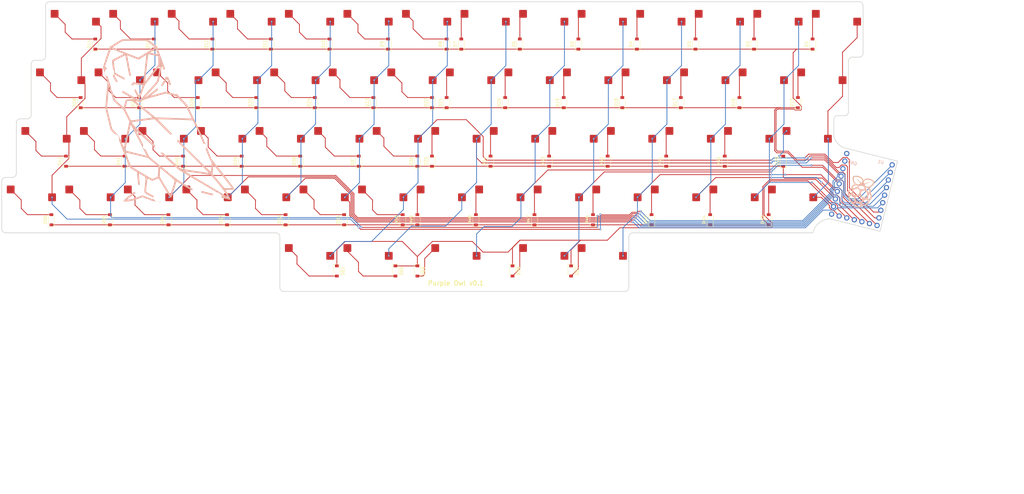
<source format=kicad_pcb>
(kicad_pcb (version 20211014) (generator pcbnew)
  (title_block (title "purple-owl (prototype)") (date "2022-07-28") (rev "v0.1") (comment 1 "License: MIT") (comment 2 "Author: Sonal Pinto") (comment 3 "Purple Owl 60% Keyboard Project"))
  (layers (0 "F.Cu" signal "Front") (31 "B.Cu" signal "Back") (34 "B.Paste" user) (35 "F.Paste" user) (36 "B.SilkS" user "B.Silkscreen") (37 "F.SilkS" user "F.Silkscreen") (38 "B.Mask" user) (39 "F.Mask" user) (44 "Edge.Cuts" user))
  (net 0 "")
  (net 1 "Net-(D1-Pad2)")
  (net 2 "Net-(D2-Pad2)")
  (net 3 "Net-(D3-Pad2)")
  (net 4 "Net-(D4-Pad2)")
  (net 5 "Net-(D5-Pad2)")
  (net 6 "Net-(D6-Pad2)")
  (net 7 "Net-(D7-Pad2)")
  (net 8 "Net-(D8-Pad2)")
  (net 9 "Net-(D9-Pad2)")
  (net 10 "Net-(D10-Pad2)")
  (net 11 "Net-(D11-Pad2)")
  (net 12 "Net-(D12-Pad2)")
  (net 13 "Net-(D13-Pad2)")
  (net 14 "Net-(D14-Pad2)")
  (net 15 "Net-(D15-Pad2)")
  (net 16 "Net-(D16-Pad2)")
  (net 17 "Net-(D17-Pad2)")
  (net 18 "Net-(D18-Pad2)")
  (net 19 "Net-(D19-Pad2)")
  (net 20 "Net-(D20-Pad2)")
  (net 21 "Net-(D21-Pad2)")
  (net 22 "Net-(D22-Pad2)")
  (net 23 "Net-(D23-Pad2)")
  (net 24 "Net-(D24-Pad2)")
  (net 25 "Net-(D25-Pad2)")
  (net 26 "Net-(D26-Pad2)")
  (net 27 "Net-(D27-Pad2)")
  (net 28 "Net-(D28-Pad2)")
  (net 29 "Net-(D29-Pad2)")
  (net 30 "Net-(D30-Pad2)")
  (net 31 "Net-(D31-Pad2)")
  (net 32 "Net-(D32-Pad2)")
  (net 33 "Net-(D33-Pad2)")
  (net 34 "Net-(D34-Pad2)")
  (net 35 "Net-(D35-Pad2)")
  (net 36 "Net-(D36-Pad2)")
  (net 37 "Net-(D37-Pad2)")
  (net 38 "Net-(D38-Pad2)")
  (net 39 "Net-(D39-Pad2)")
  (net 40 "Net-(D40-Pad2)")
  (net 41 "Net-(D41-Pad2)")
  (net 42 "Net-(D42-Pad2)")
  (net 43 "Net-(D43-Pad2)")
  (net 44 "Net-(D44-Pad2)")
  (net 45 "Net-(D45-Pad2)")
  (net 46 "Net-(D46-Pad2)")
  (net 47 "Net-(D47-Pad2)")
  (net 48 "Net-(D48-Pad2)")
  (net 49 "Net-(D49-Pad2)")
  (net 50 "Net-(D50-Pad2)")
  (net 51 "Net-(D51-Pad2)")
  (net 52 "Net-(D52-Pad2)")
  (net 53 "Net-(D53-Pad2)")
  (net 54 "Net-(D54-Pad2)")
  (net 55 "Net-(D55-Pad2)")
  (net 56 "Net-(D56-Pad2)")
  (net 57 "Net-(D57-Pad2)")
  (net 58 "Net-(D58-Pad2)")
  (net 59 "Net-(D59-Pad2)")
  (net 60 "Net-(D60-Pad2)")
  (net 61 "Net-(D61-Pad2)")
  (net 62 "COL0")
  (net 63 "COL1")
  (net 64 "COL2")
  (net 65 "COL3")
  (net 66 "COL4")
  (net 67 "COL5")
  (net 68 "COL6")
  (net 69 "COL7")
  (net 70 "COL8")
  (net 71 "COL9")
  (net 72 "COL10")
  (net 73 "COL11")
  (net 74 "COL12")
  (net 75 "COL13")
  (net 76 "ROW0")
  (net 77 "ROW1")
  (net 78 "ROW2")
  (net 79 "ROW3")
  (net 80 "ROW4")
  (footprint "Diode_SMD:D_SOD-123" (layer "F.Cu") (at 116.68125 100.0125 90)
    (fp_text reference "D27")
    (fp_text value "D")
  )
  (footprint "Diode_SMD:D_SOD-123" (layer "F.Cu") (at 169.06875 119.0625 90)
    (fp_text reference "D38")
    (fp_text value "D")
  )
  (footprint "acheron:MX100H" (layer "F.Cu") (at 171.45 76.2)
    (fp_text reference "SW10")
    (fp_text value "SW_Push")
  )
  (footprint "acheron:MX100H" (layer "F.Cu") (at 204.7875 95.25)
    (fp_text reference "SW22")
    (fp_text value "SW_Push")
  )
  (footprint "Diode_SMD:D_SOD-123" (layer "F.Cu") (at 92.86875 119.0625 90)
    (fp_text reference "D42")
    (fp_text value "D")
  )
  (footprint "Diode_SMD:D_SOD-123" (layer "F.Cu") (at 164.30625 138.1125 90)
    (fp_text reference "D52")
    (fp_text value "D")
  )
  (footprint "acheron:MX100H" (layer "F.Cu") (at 233.3625 133.35)
    (fp_text reference "SW48")
    (fp_text value "SW_Push")
  )
  (footprint "acheron:MX100H" (layer "F.Cu") (at 338.1375 95.25)
    (fp_text reference "SW15")
    (fp_text value "SW_Push")
  )
  (footprint "Diode_SMD:D_SOD-123" (layer "F.Cu") (at 240.50625 80.9625 90)
    (fp_text reference "D6")
    (fp_text value "D")
  )
  (footprint "acheron:MX100H" (layer "F.Cu") (at 247.65 152.4)
    (fp_text reference "SW58")
    (fp_text value "SW_Push")
  )
  (footprint "acheron:MX100H" (layer "F.Cu") (at 166.6875 95.25)
    (fp_text reference "SW24")
    (fp_text value "SW_Push")
  )
  (footprint "Diode_SMD:D_SOD-123" (layer "F.Cu") (at 121.44375 80.9625 90)
    (fp_text reference "D13")
    (fp_text value "D")
  )
  (footprint "acheron:MX100H" (layer "F.Cu") (at 276.225 114.3)
    (fp_text reference "SW32")
    (fp_text value "SW_Push")
  )
  (footprint "acheron:MX100H" (layer "F.Cu") (at 242.8875 95.25)
    (fp_text reference "SW20")
    (fp_text value "SW_Push")
  )
  (footprint "acheron:MX100H" (layer "F.Cu") (at 209.55 76.2)
    (fp_text reference "SW8")
    (fp_text value "SW_Push")
  )
  (footprint "acheron:MX100H" (layer "F.Cu") (at 152.4 76.2)
    (fp_text reference "SW11")
    (fp_text value "SW_Push")
  )
  (footprint "Diode_SMD:D_SOD-123" (layer "F.Cu") (at 316.70625 80.9625 90)
    (fp_text reference "D2")
    (fp_text value "D")
  )
  (footprint "acheron:MX100H" (layer "F.Cu") (at 190.5 76.2)
    (fp_text reference "SW9")
    (fp_text value "SW_Push")
  )
  (footprint "Diode_SMD:D_SOD-123" (layer "F.Cu") (at 130.96875 119.0625 90)
    (fp_text reference "D40")
    (fp_text value "D")
  )
  (footprint "acheron:MX100H" (layer "F.Cu") (at 252.4125 133.35)
    (fp_text reference "SW47")
    (fp_text value "SW_Push")
  )
  (footprint "Diode_SMD:D_SOD-123" (layer "F.Cu") (at 211.93125 100.0125 90)
    (fp_text reference "D22")
    (fp_text value "D")
  )
  (footprint "Diode_SMD:D_SOD-123" (layer "F.Cu") (at 173.83125 100.0125 90)
    (fp_text reference "D24")
    (fp_text value "D")
  )
  (footprint "acheron:MX100H" (layer "F.Cu") (at 133.35 76.2)
    (fp_text reference "SW12")
    (fp_text value "SW_Push")
  )
  (footprint "acheron:MX100H" (layer "F.Cu") (at 219.075 114.3)
    (fp_text reference "SW35")
    (fp_text value "SW_Push")
  )
  (footprint "Diode_SMD:D_SOD-123" (layer "F.Cu") (at 188.11875 119.0625 90)
    (fp_text reference "D37")
    (fp_text value "D")
  )
  (footprint "acheron:MX100H" (layer "F.Cu") (at 323.85 76.2)
    (fp_text reference "SW2")
    (fp_text value "SW_Push")
  )
  (footprint "acheron:MX100H" (layer "F.Cu") (at 309.5625 133.35)
    (fp_text reference "SW44")
    (fp_text value "SW_Push")
  )
  (footprint "Diode_SMD:D_SOD-123" (layer "F.Cu") (at 207.16875 138.1125 90)
    (fp_text reference "D49")
    (fp_text value "D")
  )
  (footprint "Diode_SMD:D_SOD-123" (layer "F.Cu") (at 245.26875 138.1125 90)
    (fp_text reference "D47")
    (fp_text value "D")
  )
  (footprint "acheron:MX100H" (layer "F.Cu") (at 319.0875 95.25)
    (fp_text reference "SW16")
    (fp_text value "SW_Push")
  )
  (footprint "Diode_SMD:D_SOD-123" (layer "F.Cu") (at 254.79375 100.0125 90)
    (fp_text reference "D19")
    (fp_text value "D")
  )
  (footprint "acheron:MX100H" (layer "F.Cu") (at 119.0625 133.35)
    (fp_text reference "SW54")
    (fp_text value "SW_Push")
  )
  (footprint "Diode_SMD:D_SOD-123" (layer "F.Cu") (at 321.46875 138.1125 90)
    (fp_text reference "D43")
    (fp_text value "D")
  )
  (footprint "acheron:MX100H" (layer "F.Cu") (at 100.0125 133.35)
    (fp_text reference "SW55")
    (fp_text value "SW_Push")
  )
  (footprint "acheron:MX100H" (layer "F.Cu") (at 200.025 114.3)
    (fp_text reference "SW36")
    (fp_text value "SW_Push")
  )
  (footprint "acheron:MX100H" (layer "F.Cu") (at 85.725 114.3)
    (fp_text reference "SW42")
    (fp_text value "SW_Push")
  )
  (footprint "Diode_SMD:D_SOD-123" (layer "F.Cu") (at 154.78125 100.0125 90)
    (fp_text reference "D25")
    (fp_text value "D")
  )
  (footprint "acheron:MX100H" (layer "F.Cu") (at 328.6125 133.35)
    (fp_text reference "SW43")
    (fp_text value "SW_Push")
  )
  (footprint "acheron:MX100H" (layer "F.Cu") (at 257.175 114.3)
    (fp_text reference "SW33")
    (fp_text value "SW_Push")
  )
  (footprint "acheron:MX100H" (layer "F.Cu") (at 90.4875 95.25)
    (fp_text reference "SW28")
    (fp_text value "SW_Push")
  )
  (footprint "Diode_SMD:D_SOD-123" (layer "F.Cu") (at 159.54375 80.9625 90)
    (fp_text reference "D11")
    (fp_text value "D")
  )
  (footprint "acheron:MX100H" (layer "F.Cu") (at 185.7375 95.25)
    (fp_text reference "SW23")
    (fp_text value "SW_Push")
  )
  (footprint "Diode_SMD:D_SOD-123" (layer "F.Cu") (at 145.25625 138.1125 90)
    (fp_text reference "D53")
    (fp_text value "D")
  )
  (footprint "acheron:MX100H" (layer "F.Cu") (at 157.1625 133.35)
    (fp_text reference "SW52")
    (fp_text value "SW_Push")
  )
  (footprint "Diode_SMD:D_SOD-123" (layer "F.Cu") (at 216.69375 80.9625 90)
    (fp_text reference "D8")
    (fp_text value "D")
  )
  (footprint "Diode_SMD:D_SOD-123" (layer "F.Cu") (at 235.74375 100.0125 90)
    (fp_text reference "D20")
    (fp_text value "D")
  )
  (footprint "acheron:MX100H" (layer "F.Cu") (at 138.1125 133.35)
    (fp_text reference "SW53")
    (fp_text value "SW_Push")
  )
  (footprint "acheron:MX200HR" (layer "F.Cu") (at 219.075 152.4)
    (fp_text reference "SW59")
    (fp_text value "SW_Push")
  )
  (footprint "Diode_SMD:D_SOD-123" (layer "F.Cu") (at 311.94375 100.0125 90)
    (fp_text reference "D16")
    (fp_text value "D")
  )
  (footprint "Diode_SMD:D_SOD-123" (layer "F.Cu") (at 197.64375 80.9625 90)
    (fp_text reference "D9")
    (fp_text value "D")
  )
  (footprint "Diode_SMD:D_SOD-123" (layer "F.Cu") (at 111.91875 119.0625 90)
    (fp_text reference "D41")
    (fp_text value "D")
  )
  (footprint "Diode_SMD:D_SOD-123" (layer "F.Cu") (at 88.10625 138.1125 90)
    (fp_text reference "D56")
    (fp_text value "D")
  )
  (footprint "Diode_SMD:D_SOD-123" (layer "F.Cu") (at 264.31875 138.1125 90)
    (fp_text reference "D46")
    (fp_text value "D")
  )
  (footprint "Diode_SMD:D_SOD-123" (layer "F.Cu") (at 330.99375 100.0125 90)
    (fp_text reference "D15")
    (fp_text value "D")
  )
  (footprint "acheron:MX100H" (layer "F.Cu") (at 109.5375 95.25)
    (fp_text reference "SW27")
    (fp_text value "SW_Push")
  )
  (footprint "acheron:MX100H" (layer "F.Cu") (at 228.6 76.2)
    (fp_text reference "SW7")
    (fp_text value "SW_Push")
  )
  (footprint "Diode_SMD:D_SOD-123" (layer "F.Cu") (at 257.175 154.78125 -90)
    (fp_text reference "D57")
    (fp_text value "D")
  )
  (footprint "Diode_SMD:D_SOD-123" (layer "F.Cu") (at 307.18125 119.0625 90)
    (fp_text reference "D30")
    (fp_text value "D")
  )
  (footprint "acheron:MX100H" (layer "F.Cu") (at 300.0375 95.25)
    (fp_text reference "SW17")
    (fp_text value "SW_Push")
  )
  (footprint "Diode_SMD:D_SOD-123" (layer "F.Cu") (at 250.03125 119.0625 90)
    (fp_text reference "D33")
    (fp_text value "D")
  )
  (footprint "Diode_SMD:D_SOD-123" (layer "F.Cu") (at 292.89375 100.0125 90)
    (fp_text reference "D17")
    (fp_text value "D")
  )
  (footprint "acheron:MX100H" (layer "F.Cu") (at 190.5 152.4)
    (fp_text reference "SW60")
    (fp_text value "SW_Push")
  )
  (footprint "acheron:MX100H" (layer "F.Cu") (at 104.775 114.3)
    (fp_text reference "SW41")
    (fp_text value "SW_Push")
  )
  (footprint "Diode_SMD:D_SOD-123" (layer "F.Cu") (at 183.35625 138.1125 90)
    (fp_text reference "D51")
    (fp_text value "D")
  )
  (footprint "acheron:MX100H" (layer "F.Cu") (at 161.925 114.3)
    (fp_text reference "SW38")
    (fp_text value "SW_Push")
  )
  (footprint "Diode_SMD:D_SOD-123" (layer "F.Cu") (at 126.20625 138.1125 90)
    (fp_text reference "D54")
    (fp_text value "D")
  )
  (footprint "Diode_SMD:D_SOD-123" (layer "F.Cu") (at 226.21875 138.1125 90)
    (fp_text reference "D48")
    (fp_text value "D")
  )
  (footprint "Diode_SMD:D_SOD-123" (layer "F.Cu") (at 192.88125 100.0125 90)
    (fp_text reference "D23")
    (fp_text value "D")
  )
  (footprint "acheron:MX100H" (layer "F.Cu") (at 214.3125 133.35)
    (fp_text reference "SW49")
    (fp_text value "SW_Push")
  )
  (footprint "acheron:MX100H" (layer "F.Cu") (at 147.6375 95.25)
    (fp_text reference "SW25")
    (fp_text value "SW_Push")
  )
  (footprint "acheron:MX100H" (layer "F.Cu") (at 261.9375 95.25)
    (fp_text reference "SW19")
    (fp_text value "SW_Push")
  )
  (footprint "acheron:MX100H" (layer "F.Cu") (at 123.825 114.3)
    (fp_text reference "SW40")
    (fp_text value "SW_Push")
  )
  (footprint "acheron:MX100H" (layer "F.Cu") (at 333.375 114.3)
    (fp_text reference "SW29")
    (fp_text value "SW_Push")
  )
  (footprint "Diode_SMD:D_SOD-123" (layer "F.Cu") (at 207.16875 119.0625 90)
    (fp_text reference "D36")
    (fp_text value "D")
  )
  (footprint "Diode_SMD:D_SOD-123" (layer "F.Cu") (at 150.01875 119.0625 90)
    (fp_text reference "D39")
    (fp_text value "D")
  )
  (footprint "Diode_SMD:D_SOD-123" (layer "F.Cu") (at 259.55625 80.9625 90)
    (fp_text reference "D5")
    (fp_text value "D")
  )
  (footprint "Diode_SMD:D_SOD-123" (layer "F.Cu") (at 180.975 154.78125 -90)
    (fp_text reference "D61")
    (fp_text value "D")
  )
  (footprint "Diode_SMD:D_SOD-123" (layer "F.Cu") (at 297.65625 80.9625 90)
    (fp_text reference "D3")
    (fp_text value "D")
  )
  (footprint "acheron:MX100H" (layer "F.Cu") (at 295.275 114.3)
    (fp_text reference "SW31")
    (fp_text value "SW_Push")
  )
  (footprint "acheron:MX100H" (layer "F.Cu") (at 128.5875 95.25)
    (fp_text reference "SW26")
    (fp_text value "SW_Push")
  )
  (footprint "acheron:MX100H" (layer "F.Cu") (at 304.8 76.2)
    (fp_text reference "SW3")
    (fp_text value "SW_Push")
  )
  (footprint "acheron:MX100H" (layer "F.Cu") (at 80.9625 133.35)
    (fp_text reference "SW56")
    (fp_text value "SW_Push")
  )
  (footprint "acheron:MX100H" (layer "F.Cu") (at 280.9875 95.25)
    (fp_text reference "SW18")
    (fp_text value "SW_Push")
  )
  (footprint "Diode_SMD:D_SOD-123" (layer "F.Cu") (at 288.13125 119.0625 90)
    (fp_text reference "D31")
    (fp_text value "D")
  )
  (footprint "Diode_SMD:D_SOD-123" (layer "F.Cu") (at 97.63125 100.0125 90)
    (fp_text reference "D28")
    (fp_text value "D")
  )
  (footprint "acheron:MX100H" (layer "F.Cu") (at 171.45 152.4)
    (fp_text reference "SW61")
    (fp_text value "SW_Push")
  )
  (footprint "Diode_SMD:D_SOD-123" (layer "F.Cu") (at 269.08125 119.0625 90)
    (fp_text reference "D32")
    (fp_text value "D")
  )
  (footprint "acheron:MX100H" (layer "F.Cu") (at 176.2125 133.35)
    (fp_text reference "SW51")
    (fp_text value "SW_Push")
  )
  (footprint "acheron:MX100H" (layer "F.Cu") (at 223.8375 95.25)
    (fp_text reference "SW21")
    (fp_text value "SW_Push")
  )
  (footprint "acheron:MX100H" (layer "F.Cu") (at 238.125 114.3)
    (fp_text reference "SW34")
    (fp_text value "SW_Push")
  )
  (footprint "acheron:MX100H" (layer "F.Cu") (at 266.7 76.2)
    (fp_text reference "SW5")
    (fp_text value "SW_Push")
  )
  (footprint "Diode_SMD:D_SOD-123" (layer "F.Cu") (at 200.025 154.78125 -90)
    (fp_text reference "D60")
    (fp_text value "D")
  )
  (footprint "acheron:MX100H" (layer "F.Cu") (at 142.875 114.3)
    (fp_text reference "SW39")
    (fp_text value "SW_Push")
  )
  (footprint "acheron:MX100H" (layer "F.Cu") (at 195.2625 133.35)
    (fp_text reference "SW50")
    (fp_text value "SW_Push")
  )
  (footprint "acheron:MX100H" (layer "F.Cu") (at 266.7 152.4)
    (fp_text reference "SW57")
    (fp_text value "SW_Push")
  )
  (footprint "acheron:MX100H" (layer "F.Cu") (at 342.9 76.2)
    (fp_text reference "SW1")
    (fp_text value "SW_Push")
  )
  (footprint "Diode_SMD:D_SOD-123" (layer "F.Cu") (at 207.16875 154.78125 -90)
    (fp_text reference "D59")
    (fp_text value "D")
  )
  (footprint "Diode_SMD:D_SOD-123" (layer "F.Cu") (at 230.98125 119.0625 90)
    (fp_text reference "D34")
    (fp_text value "D")
  )
  (footprint "Diode_SMD:D_SOD-123" (layer "F.Cu") (at 283.36875 138.1125 90)
    (fp_text reference "D45")
    (fp_text value "D")
  )
  (footprint "Diode_SMD:D_SOD-123" (layer "F.Cu") (at 302.41875 138.1125 90)
    (fp_text reference "D44")
    (fp_text value "D")
  )
  (footprint "Diode_SMD:D_SOD-123" (layer "F.Cu") (at 216.69375 100.0125 90)
    (fp_text reference "D21")
    (fp_text value "D")
  )
  (footprint "Diode_SMD:D_SOD-123" (layer "F.Cu") (at 135.73125 100.0125 90)
    (fp_text reference "D26")
    (fp_text value "D")
  )
  (footprint "Diode_SMD:D_SOD-123" (layer "F.Cu") (at 278.60625 80.9625 90)
    (fp_text reference "D4")
    (fp_text value "D")
  )
  (footprint "Diode_SMD:D_SOD-123" (layer "F.Cu") (at 102.39375 80.9625 90)
    (fp_text reference "D14")
    (fp_text value "D")
  )
  (footprint "Diode_SMD:D_SOD-123" (layer "F.Cu") (at 238.125 154.78125 -90)
    (fp_text reference "D58")
    (fp_text value "D")
  )
  (footprint "acheron:MX100H" (layer "F.Cu") (at 271.4625 133.35)
    (fp_text reference "SW46")
    (fp_text value "SW_Push")
  )
  (footprint "Diode_SMD:D_SOD-123" (layer "F.Cu") (at 211.93125 119.0625 90)
    (fp_text reference "D35")
    (fp_text value "D")
  )
  (footprint "acheron:MX100H" (layer "F.Cu") (at 180.975 114.3)
    (fp_text reference "SW37")
    (fp_text value "SW_Push")
  )
  (footprint "Diode_SMD:D_SOD-123" (layer "F.Cu") (at 107.15625 138.1125 90)
    (fp_text reference "D55")
    (fp_text value "D")
  )
  (footprint "Diode_SMD:D_SOD-123" (layer "F.Cu") (at 178.59375 80.9625 90)
    (fp_text reference "D10")
    (fp_text value "D")
  )
  (footprint "acheron:MX100H" (layer "F.Cu") (at 314.325 114.3)
    (fp_text reference "SW30")
    (fp_text value "SW_Push")
  )
  (footprint "Diode_SMD:D_SOD-123" (layer "F.Cu") (at 202.40625 138.1125 90)
    (fp_text reference "D50")
    (fp_text value "D")
  )
  (footprint "Diode_SMD:D_SOD-123" (layer "F.Cu") (at 273.84375 100.0125 90)
    (fp_text reference "D18")
    (fp_text value "D")
  )
  (footprint "Diode_SMD:D_SOD-123" (layer "F.Cu") (at 221.45625 80.9625 90)
    (fp_text reference "D7")
    (fp_text value "D")
  )
  (footprint "acheron:MX100H" (layer "F.Cu") (at 285.75 76.2)
    (fp_text reference "SW4")
    (fp_text value "SW_Push")
  )
  (footprint "acheron:MX100H" (layer "F.Cu") (at 95.25 76.2)
    (fp_text reference "SW14")
    (fp_text value "SW_Push")
  )
  (footprint "Diode_SMD:D_SOD-123" (layer "F.Cu") (at 335.75625 80.9625 90)
    (fp_text reference "D1")
    (fp_text value "D")
  )
  (footprint "acheron:MX100H" (layer "F.Cu") (at 114.3 76.2)
    (fp_text reference "SW13")
    (fp_text value "SW_Push")
  )
  (footprint "Diode_SMD:D_SOD-123" (layer "F.Cu") (at 326.23125 119.0625 90)
    (fp_text reference "D29")
    (fp_text value "D")
  )
  (footprint "acheron:MX100H" (layer "F.Cu") (at 290.5125 133.35)
    (fp_text reference "SW45")
    (fp_text value "SW_Push")
  )
  (footprint "Diode_SMD:D_SOD-123" (layer "F.Cu") (at 140.49375 80.9625 90)
    (fp_text reference "D12")
    (fp_text value "D")
  )
  (footprint "acheron:MX100H" (layer "F.Cu") (at 247.65 76.2)
    (fp_text reference "SW6")
    (fp_text value "SW_Push")
  )
  (footprint "purple-owl:Waveshare_RP2040_Zero" (layer "B.Cu") (at 361.64158 120.25524 166)
    (fp_text reference "U1")
    (fp_text value "Waveshare_RP2040_Zero")
  )
  (footprint "purple-owl:geometric_owl" (layer "B.Cu") (at 119.38 104.14 180)
    (fp_text reference "G***")
    (fp_text value "LOGO" hide)
  )
  (gr_arc (start 352.171 83.947) (mid 351.799033 84.845033) (end 350.901 85.217) (layer "Edge.Cuts") (width 0.2))
  (gr_arc (start 81.534 104.003983) (mid 81.15938 104.908387) (end 80.254973 105.283) (layer "Edge.Cuts") (width 0.2))
  (gr_line (start 343.899744 104.267) (end 346.1512 104.267) (layer "Edge.Cuts") (width 0.2))
  (gr_arc (start 76.708 123.063) (mid 76.336026 123.961026) (end 75.438 124.333) (layer "Edge.Cuts") (width 0.2))
  (gr_arc (start 335.838801 142.367) (mid 337.859647 139.158893) (end 341.401899 137.806776) (layer "Edge.Cuts") (width 0.2))
  (gr_arc (start 76.708 106.553) (mid 77.079967 105.654967) (end 77.978 105.283) (layer "Edge.Cuts") (width 0.2))
  (gr_line (start 277.241 142.367) (end 335.838801 142.367) (layer "Edge.Cuts") (width 0.2))
  (gr_line (start 87.512017 67.183) (end 350.917256 67.183) (layer "Edge.Cuts") (width 0.2))
  (gr_line (start 352.171 83.947) (end 352.171 68.436632) (layer "Edge.Cuts") (width 0.2))
  (gr_arc (start 347.4212 86.487) (mid 347.793174 85.588974) (end 348.6912 85.217) (layer "Edge.Cuts") (width 0.2))
  (gr_arc (start 342.646 105.520617) (mid 343.01324 104.63415) (end 343.899744 104.267) (layer "Edge.Cuts") (width 0.2))
  (gr_arc (start 81.534 87.503) (mid 81.905967 86.604967) (end 82.804 86.233) (layer "Edge.Cuts") (width 0.2))
  (gr_arc (start 275.971 143.637) (mid 276.342974 142.738974) (end 277.241 142.367) (layer "Edge.Cuts") (width 0.2))
  (gr_arc (start 345.9226 114.7064) (mid 343.831529 113.16026) (end 342.646 110.8456) (layer "Edge.Cuts") (width 0.2))
  (gr_line (start 275.971 143.637) (end 275.971 160.1724) (layer "Edge.Cuts") (width 0.2))
  (gr_line (start 348.6912 85.217) (end 350.901 85.217) (layer "Edge.Cuts") (width 0.2))
  (gr_line (start 86.233 84.963) (end 86.233 68.436627) (layer "Edge.Cuts") (width 0.2))
  (gr_line (start 73.2282 142.367) (end 161.163 142.367) (layer "Edge.Cuts") (width 0.2))
  (gr_line (start 274.701 161.4424) (end 163.6776 161.4424) (layer "Edge.Cuts") (width 0.2))
  (gr_line (start 162.433 143.637) (end 162.433 160.163358) (layer "Edge.Cuts") (width 0.2))
  (gr_arc (start 86.233 84.963) (mid 85.861026 85.861026) (end 84.963 86.233) (layer "Edge.Cuts") (width 0.2))
  (gr_line (start 77.978 105.283) (end 80.254973 105.283) (layer "Edge.Cuts") (width 0.2))
  (gr_line (start 82.804 86.233) (end 84.963 86.233) (layer "Edge.Cuts") (width 0.2))
  (gr_line (start 81.534 104.003983) (end 81.534 87.503) (layer "Edge.Cuts") (width 0.2))
  (gr_arc (start 163.6776 161.4424) (mid 162.795492 161.055697) (end 162.433 160.163367) (layer "Edge.Cuts") (width 0.2))
  (gr_arc (start 347.4212 102.997) (mid 347.049233 103.895033) (end 346.1512 104.267) (layer "Edge.Cuts") (width 0.2))
  (gr_arc (start 161.163 142.367) (mid 162.061026 142.738974) (end 162.433 143.637) (layer "Edge.Cuts") (width 0.2))
  (gr_line (start 347.4212 102.997) (end 347.4212 86.487) (layer "Edge.Cuts") (width 0.2))
  (gr_line (start 342.646 105.520617) (end 342.646 110.8456) (layer "Edge.Cuts") (width 0.2))
  (gr_line (start 71.9582 141.097) (end 71.9582 125.603) (layer "Edge.Cuts") (width 0.2))
  (gr_arc (start 71.9582 125.603) (mid 72.330167 124.704967) (end 73.2282 124.333) (layer "Edge.Cuts") (width 0.2))
  (gr_line (start 341.401899 137.806776) (end 357.6828 141.8844) (layer "Edge.Cuts") (width 0.2))
  (gr_arc (start 350.917256 67.183) (mid 351.803764 67.550157) (end 352.171 68.436632) (layer "Edge.Cuts") (width 0.2))
  (gr_line (start 73.2282 124.333) (end 75.438 124.333) (layer "Edge.Cuts") (width 0.2))
  (gr_line (start 345.9226 114.7064) (end 363.3724 119.0498) (layer "Edge.Cuts") (width 0.2))
  (gr_line (start 76.708 123.063) (end 76.708 106.553) (layer "Edge.Cuts") (width 0.2))
  (gr_line (start 363.3724 119.0498) (end 357.6828 141.8844) (layer "Edge.Cuts") (width 0.2))
  (gr_arc (start 73.2282 142.367) (mid 72.330167 141.995033) (end 71.9582 141.097) (layer "Edge.Cuts") (width 0.2))
  (gr_arc (start 86.233 68.436627) (mid 86.612874 67.54492) (end 87.512017 67.183) (layer "Edge.Cuts") (width 0.2))
  (gr_arc (start 275.971 160.1724) (mid 275.599033 161.070433) (end 274.701 161.4424) (layer "Edge.Cuts") (width 0.2))
  (gr_text "Purple Owl v0.1" (at 219.71 158.75) (layer "F.SilkS") (effects (font (size 1.5 1.5) (thickness 0.3))))
  (segment (start 335.75625 72.16775) (end 336.804 71.12) (width 0.254) (layer "F.Cu") (net 1))
  (segment (start 335.75625 79.3125) (end 335.75625 72.16775) (width 0.254) (layer "F.Cu") (net 1))
  (segment (start 316.70625 72.16775) (end 317.754 71.12) (width 0.254) (layer "F.Cu") (net 2))
  (segment (start 316.70625 79.3125) (end 316.70625 72.16775) (width 0.254) (layer "F.Cu") (net 2))
  (segment (start 297.65625 79.3125) (end 297.65625 72.16775) (width 0.254) (layer "F.Cu") (net 3))
  (segment (start 297.65625 72.16775) (end 298.704 71.12) (width 0.254) (layer "F.Cu") (net 3))
  (segment (start 278.60625 72.16775) (end 279.654 71.12) (width 0.254) (layer "F.Cu") (net 4))
  (segment (start 278.60625 79.3125) (end 278.60625 72.16775) (width 0.254) (layer "F.Cu") (net 4))
  (segment (start 259.55625 79.3125) (end 259.55625 72.16775) (width 0.254) (layer "F.Cu") (net 5))
  (segment (start 259.55625 72.16775) (end 260.604 71.12) (width 0.254) (layer "F.Cu") (net 5))
  (segment (start 240.50625 79.3125) (end 240.50625 72.16775) (width 0.254) (layer "F.Cu") (net 6))
  (segment (start 240.50625 72.16775) (end 241.554 71.12) (width 0.254) (layer "F.Cu") (net 6))
  (segment (start 221.45625 79.3125) (end 221.45625 72.16775) (width 0.254) (layer "F.Cu") (net 7))
  (segment (start 221.45625 72.16775) (end 222.504 71.12) (width 0.254) (layer "F.Cu") (net 7))
  (segment (start 205.797901 76.003901) (end 205.797901 73.463901) (width 0.254) (layer "F.Cu") (net 8))
  (segment (start 205.797901 73.463901) (end 203.454 71.12) (width 0.254) (layer "F.Cu") (net 8))
  (segment (start 216.69375 79.3125) (end 209.1065 79.3125) (width 0.254) (layer "F.Cu") (net 8))
  (segment (start 209.1065 79.3125) (end 205.797901 76.003901) (width 0.254) (layer "F.Cu") (net 8))
  (segment (start 187.847969 74.563969) (end 184.404 71.12) (width 0.254) (layer "F.Cu") (net 9))
  (segment (start 187.847969 77.103969) (end 187.847969 74.563969) (width 0.254) (layer "F.Cu") (net 9))
  (segment (start 190.0565 79.3125) (end 187.847969 77.103969) (width 0.254) (layer "F.Cu") (net 9))
  (segment (start 197.64375 79.3125) (end 190.0565 79.3125) (width 0.254) (layer "F.Cu") (net 9))
  (segment (start 171.0065 79.3125) (end 168.797969 77.103969) (width 0.254) (layer "F.Cu") (net 10))
  (segment (start 168.797969 77.103969) (end 168.797969 74.563969) (width 0.254) (layer "F.Cu") (net 10))
  (segment (start 168.797969 74.563969) (end 165.354 71.12) (width 0.254) (layer "F.Cu") (net 10))
  (segment (start 178.59375 79.3125) (end 171.0065 79.3125) (width 0.254) (layer "F.Cu") (net 10))
  (segment (start 159.54375 79.3125) (end 151.9565 79.3125) (width 0.254) (layer "F.Cu") (net 11))
  (segment (start 151.9565 79.3125) (end 148.647901 76.003901) (width 0.254) (layer "F.Cu") (net 11))
  (segment (start 148.647901 76.003901) (end 148.647901 73.463901) (width 0.254) (layer "F.Cu") (net 11))
  (segment (start 148.647901 73.463901) (end 146.304 71.12) (width 0.254) (layer "F.Cu") (net 11))
  (segment (start 132.9065 79.3125) (end 129.597901 76.003901) (width 0.254) (layer "F.Cu") (net 12))
  (segment (start 140.49375 79.3125) (end 132.9065 79.3125) (width 0.254) (layer "F.Cu") (net 12))
  (segment (start 129.597901 76.003901) (end 129.597901 73.463901) (width 0.254) (layer "F.Cu") (net 12))
  (segment (start 129.597901 73.463901) (end 127.254 71.12) (width 0.254) (layer "F.Cu") (net 12))
  (segment (start 113.8565 79.3125) (end 110.547901 76.003901) (width 0.254) (layer "F.Cu") (net 13))
  (segment (start 110.547901 76.003901) (end 110.547901 73.463901) (width 0.254) (layer "F.Cu") (net 13))
  (segment (start 110.547901 73.463901) (end 108.204 71.12) (width 0.254) (layer "F.Cu") (net 13))
  (segment (start 121.44375 79.3125) (end 113.8565 79.3125) (width 0.254) (layer "F.Cu") (net 13))
  (segment (start 92.597969 74.563969) (end 89.154 71.12) (width 0.254) (layer "F.Cu") (net 14))
  (segment (start 92.597969 77.103969) (end 92.597969 74.563969) (width 0.254) (layer "F.Cu") (net 14))
  (segment (start 102.39375 79.3125) (end 94.8065 79.3125) (width 0.254) (layer "F.Cu") (net 14))
  (segment (start 94.8065 79.3125) (end 92.597969 77.103969) (width 0.254) (layer "F.Cu") (net 14))
  (segment (start 330.99375 91.21775) (end 332.0415 90.17) (width 0.254) (layer "F.Cu") (net 15))
  (segment (start 330.99375 98.3625) (end 330.99375 91.21775) (width 0.254) (layer "F.Cu") (net 15))
  (segment (start 311.94375 98.3625) (end 311.94375 91.21775) (width 0.254) (layer "F.Cu") (net 16))
  (segment (start 311.94375 91.21775) (end 312.9915 90.17) (width 0.254) (layer "F.Cu") (net 16))
  (segment (start 292.89375 91.21775) (end 293.9415 90.17) (width 0.254) (layer "F.Cu") (net 17))
  (segment (start 292.89375 98.3625) (end 292.89375 91.21775) (width 0.254) (layer "F.Cu") (net 17))
  (segment (start 273.84375 91.21775) (end 274.8915 90.17) (width 0.254) (layer "F.Cu") (net 18))
  (segment (start 273.84375 98.3625) (end 273.84375 91.21775) (width 0.254) (layer "F.Cu") (net 18))
  (segment (start 254.79375 91.21775) (end 255.8415 90.17) (width 0.254) (layer "F.Cu") (net 19))
  (segment (start 254.79375 98.3625) (end 254.79375 91.21775) (width 0.254) (layer "F.Cu") (net 19))
  (segment (start 235.74375 98.3625) (end 235.74375 91.21775) (width 0.254) (layer "F.Cu") (net 20))
  (segment (start 235.74375 91.21775) (end 236.7915 90.17) (width 0.254) (layer "F.Cu") (net 20))
  (segment (start 216.69375 91.21775) (end 217.7415 90.17) (width 0.254) (layer "F.Cu") (net 21))
  (segment (start 216.69375 98.3625) (end 216.69375 91.21775) (width 0.254) (layer "F.Cu") (net 21))
  (segment (start 204.0265 98.3625) (end 202.135469 96.471469) (width 0.254) (layer "F.Cu") (net 22))
  (segment (start 202.135469 93.613969) (end 198.6915 90.17) (width 0.254) (layer "F.Cu") (net 22))
  (segment (start 211.93125 98.3625) (end 204.0265 98.3625) (width 0.254) (layer "F.Cu") (net 22))
  (segment (start 202.135469 96.471469) (end 202.135469 93.613969) (width 0.254) (layer "F.Cu") (net 22))
  (segment (start 181.985401 92.513901) (end 179.6415 90.17) (width 0.254) (layer "F.Cu") (net 23))
  (segment (start 181.985401 95.117401) (end 181.985401 92.513901) (width 0.254) (layer "F.Cu") (net 23))
  (segment (start 185.2305 98.3625) (end 181.985401 95.117401) (width 0.254) (layer "F.Cu") (net 23))
  (segment (start 192.88125 98.3625) (end 185.2305 98.3625) (width 0.254) (layer "F.Cu") (net 23))
  (segment (start 164.035469 93.613969) (end 160.5915 90.17) (width 0.254) (layer "F.Cu") (net 24))
  (segment (start 166.1805 98.3625) (end 164.035469 96.217469) (width 0.254) (layer "F.Cu") (net 24))
  (segment (start 164.035469 96.217469) (end 164.035469 93.613969) (width 0.254) (layer "F.Cu") (net 24))
  (segment (start 173.83125 98.3625) (end 166.1805 98.3625) (width 0.254) (layer "F.Cu") (net 24))
  (segment (start 144.985469 96.217469) (end 144.985469 93.613969) (width 0.254) (layer "F.Cu") (net 25))
  (segment (start 147.1305 98.3625) (end 144.985469 96.217469) (width 0.254) (layer "F.Cu") (net 25))
  (segment (start 154.78125 98.3625) (end 147.1305 98.3625) (width 0.254) (layer "F.Cu") (net 25))
  (segment (start 144.985469 93.613969) (end 141.5415 90.17) (width 0.254) (layer "F.Cu") (net 25))
  (segment (start 125.935469 93.613969) (end 122.4915 90.17) (width 0.254) (layer "F.Cu") (net 26))
  (segment (start 125.935469 96.217469) (end 125.935469 93.613969) (width 0.254) (layer "F.Cu") (net 26))
  (segment (start 135.73125 98.3625) (end 128.0805 98.3625) (width 0.254) (layer "F.Cu") (net 26))
  (segment (start 128.0805 98.3625) (end 125.935469 96.217469) (width 0.254) (layer "F.Cu") (net 26))
  (segment (start 116.68125 98.3625) (end 109.0305 98.3625) (width 0.254) (layer "F.Cu") (net 27))
  (segment (start 106.885469 96.217469) (end 106.885469 93.613969) (width 0.254) (layer "F.Cu") (net 27))
  (segment (start 106.885469 93.613969) (end 103.4415 90.17) (width 0.254) (layer "F.Cu") (net 27))
  (segment (start 109.0305 98.3625) (end 106.885469 96.217469) (width 0.254) (layer "F.Cu") (net 27))
  (segment (start 87.835469 93.613969) (end 84.3915 90.17) (width 0.254) (layer "F.Cu") (net 28))
  (segment (start 97.63125 98.3625) (end 89.9805 98.3625) (width 0.254) (layer "F.Cu") (net 28))
  (segment (start 89.9805 98.3625) (end 87.835469 96.217469) (width 0.254) (layer "F.Cu") (net 28))
  (segment (start 87.835469 96.217469) (end 87.835469 93.613969) (width 0.254) (layer "F.Cu") (net 28))
  (segment (start 324.866 117.348) (end 326.16675 117.348) (width 0.254) (layer "F.Cu") (net 29))
  (segment (start 326.16675 117.348) (end 326.23125 117.4125) (width 0.254) (layer "F.Cu") (net 29))
  (via (at 324.866 117.348) (size 0.6) (drill 0.3) (layers "F.Cu" "B.Cu") (net 29))
  (via (at 327.279 109.22) (size 0.6) (drill 0.3) (layers "F.Cu" "B.Cu") (net 29))
  (segment (start 326.263 110.236) (end 327.279 109.22) (width 0.254) (layer "B.Cu") (net 29))
  (segment (start 326.263 115.951) (end 326.263 110.236) (width 0.254) (layer "B.Cu") (net 29))
  (segment (start 324.866 117.348) (end 326.263 115.951) (width 0.254) (layer "B.Cu") (net 29))
  (segment (start 307.18125 110.26775) (end 308.229 109.22) (width 0.254) (layer "F.Cu") (net 30))
  (segment (start 307.18125 117.4125) (end 307.18125 110.26775) (width 0.254) (layer "F.Cu") (net 30))
  (segment (start 288.13125 117.4125) (end 288.13125 110.26775) (width 0.254) (layer "F.Cu") (net 31))
  (segment (start 288.13125 110.26775) (end 289.179 109.22) (width 0.254) (layer "F.Cu") (net 31))
  (segment (start 269.08125 110.26775) (end 270.129 109.22) (width 0.254) (layer "F.Cu") (net 32))
  (segment (start 269.08125 117.4125) (end 269.08125 110.26775) (width 0.254) (layer "F.Cu") (net 32))
  (segment (start 250.03125 117.4125) (end 250.03125 110.26775) (width 0.254) (layer "F.Cu") (net 33))
  (segment (start 250.03125 110.26775) (end 251.079 109.22) (width 0.254) (layer "F.Cu") (net 33))
  (segment (start 230.98125 117.4125) (end 230.98125 110.26775) (width 0.254) (layer "F.Cu") (net 34))
  (segment (start 230.98125 110.26775) (end 232.029 109.22) (width 0.254) (layer "F.Cu") (net 34))
  (segment (start 211.93125 117.4125) (end 211.93125 110.26775) (width 0.254) (layer "F.Cu") (net 35))
  (segment (start 211.93125 110.26775) (end 212.979 109.22) (width 0.254) (layer "F.Cu") (net 35))
  (segment (start 196.272901 111.563901) (end 193.929 109.22) (width 0.254) (layer "F.Cu") (net 36))
  (segment (start 207.16875 117.4125) (end 199.4545 117.4125) (width 0.254) (layer "F.Cu") (net 36))
  (segment (start 199.4545 117.4125) (end 196.272901 114.230901) (width 0.254) (layer "F.Cu") (net 36))
  (segment (start 196.272901 114.230901) (end 196.272901 111.563901) (width 0.254) (layer "F.Cu") (net 36))
  (segment (start 180.1505 117.4125) (end 177.222901 114.484901) (width 0.254) (layer "F.Cu") (net 37))
  (segment (start 177.222901 114.484901) (end 177.222901 111.563901) (width 0.254) (layer "F.Cu") (net 37))
  (segment (start 177.222901 111.563901) (end 174.879 109.22) (width 0.254) (layer "F.Cu") (net 37))
  (segment (start 188.11875 117.4125) (end 180.1505 117.4125) (width 0.254) (layer "F.Cu") (net 37))
  (segment (start 158.172901 111.563901) (end 155.829 109.22) (width 0.254) (layer "F.Cu") (net 38))
  (segment (start 161.3545 117.4125) (end 158.172901 114.230901) (width 0.254) (layer "F.Cu") (net 38))
  (segment (start 158.172901 114.230901) (end 158.172901 111.563901) (width 0.254) (layer "F.Cu") (net 38))
  (segment (start 169.06875 117.4125) (end 161.3545 117.4125) (width 0.254) (layer "F.Cu") (net 38))
  (segment (start 139.122901 111.563901) (end 139.122901 114.484901) (width 0.254) (layer "F.Cu") (net 39))
  (segment (start 136.779 109.22) (end 139.122901 111.563901) (width 0.254) (layer "F.Cu") (net 39))
  (segment (start 142.0505 117.4125) (end 150.01875 117.4125) (width 0.254) (layer "F.Cu") (net 39))
  (segment (start 139.122901 114.484901) (end 142.0505 117.4125) (width 0.254) (layer "F.Cu") (net 39))
  (segment (start 121.172969 115.330969) (end 121.172969 112.663969) (width 0.254) (layer "F.Cu") (net 40))
  (segment (start 130.96875 117.4125) (end 123.2545 117.4125) (width 0.254) (layer "F.Cu") (net 40))
  (segment (start 123.2545 117.4125) (end 121.172969 115.330969) (width 0.254) (layer "F.Cu") (net 40))
  (segment (start 121.172969 112.663969) (end 117.729 109.22) (width 0.254) (layer "F.Cu") (net 40))
  (segment (start 104.2045 117.4125) (end 102.122969 115.330969) (width 0.254) (layer "F.Cu") (net 41))
  (segment (start 102.122969 112.663969) (end 98.679 109.22) (width 0.254) (layer "F.Cu") (net 41))
  (segment (start 102.122969 115.330969) (end 102.122969 112.663969) (width 0.254) (layer "F.Cu") (net 41))
  (segment (start 111.91875 117.4125) (end 104.2045 117.4125) (width 0.254) (layer "F.Cu") (net 41))
  (segment (start 83.072969 112.663969) (end 79.629 109.22) (width 0.254) (layer "F.Cu") (net 42))
  (segment (start 84.9005 117.4125) (end 83.072969 115.584969) (width 0.254) (layer "F.Cu") (net 42))
  (segment (start 83.072969 115.584969) (end 83.072969 112.663969) (width 0.254) (layer "F.Cu") (net 42))
  (segment (start 92.86875 117.4125) (end 84.9005 117.4125) (width 0.254) (layer "F.Cu") (net 42))
  (segment (start 321.46875 129.31775) (end 322.5165 128.27) (width 0.254) (layer "F.Cu") (net 43))
  (segment (start 321.46875 136.4625) (end 321.46875 129.31775) (width 0.254) (layer "F.Cu") (net 43))
  (segment (start 302.41875 136.4625) (end 302.41875 129.31775) (width 0.254) (layer "F.Cu") (net 44))
  (segment (start 302.41875 129.31775) (end 303.4665 128.27) (width 0.254) (layer "F.Cu") (net 44))
  (segment (start 283.36875 129.31775) (end 284.4165 128.27) (width 0.254) (layer "F.Cu") (net 45))
  (segment (start 283.36875 136.4625) (end 283.36875 129.31775) (width 0.254) (layer "F.Cu") (net 45))
  (segment (start 264.31875 129.31775) (end 265.3665 128.27) (width 0.254) (layer "F.Cu") (net 46))
  (segment (start 264.31875 136.4625) (end 264.31875 129.31775) (width 0.254) (layer "F.Cu") (net 46))
  (segment (start 245.26875 136.4625) (end 245.26875 129.31775) (width 0.254) (layer "F.Cu") (net 47))
  (segment (start 245.26875 129.31775) (end 246.3165 128.27) (width 0.254) (layer "F.Cu") (net 47))
  (segment (start 226.21875 129.31775) (end 227.2665 128.27) (width 0.254) (layer "F.Cu") (net 48))
  (segment (start 226.21875 136.4625) (end 226.21875 129.31775) (width 0.254) (layer "F.Cu") (net 48))
  (segment (start 207.16875 136.4625) (end 207.16875 129.31775) (width 0.254) (layer "F.Cu") (net 49))
  (segment (start 207.16875 129.31775) (end 208.2165 128.27) (width 0.254) (layer "F.Cu") (net 49))
  (segment (start 192.610469 131.713969) (end 189.1665 128.27) (width 0.254) (layer "F.Cu") (net 50))
  (segment (start 202.40625 136.4625) (end 194.1205 136.4625) (width 0.254) (layer "F.Cu") (net 50))
  (segment (start 194.1205 136.4625) (end 192.610469 134.952469) (width 0.254) (layer "F.Cu") (net 50))
  (segment (start 192.610469 134.952469) (end 192.610469 131.713969) (width 0.254) (layer "F.Cu") (net 50))
  (segment (start 175.5785 136.4625) (end 173.560469 134.444469) (width 0.254) (layer "F.Cu") (net 51))
  (segment (start 173.560469 134.444469) (end 173.560469 131.713969) (width 0.254) (layer "F.Cu") (net 51))
  (segment (start 173.560469 131.713969) (end 170.1165 128.27) (width 0.254) (layer "F.Cu") (net 51))
  (segment (start 183.35625 136.4625) (end 175.5785 136.4625) (width 0.254) (layer "F.Cu") (net 51))
  (segment (start 156.5285 136.4625) (end 154.510469 134.444469) (width 0.254) (layer "F.Cu") (net 52))
  (segment (start 154.510469 131.713969) (end 151.0665 128.27) (width 0.254) (layer "F.Cu") (net 52))
  (segment (start 154.510469 134.444469) (end 154.510469 131.713969) (width 0.254) (layer "F.Cu") (net 52))
  (segment (start 164.30625 136.4625) (end 156.5285 136.4625) (width 0.254) (layer "F.Cu") (net 52))
  (segment (start 145.25625 136.4625) (end 137.4785 136.4625) (width 0.254) (layer "F.Cu") (net 53))
  (segment (start 137.4785 136.4625) (end 135.460469 134.444469) (width 0.254) (layer "F.Cu") (net 53))
  (segment (start 135.460469 134.444469) (end 135.460469 131.713969) (width 0.254) (layer "F.Cu") (net 53))
  (segment (start 135.460469 131.713969) (end 132.0165 128.27) (width 0.254) (layer "F.Cu") (net 53))
  (segment (start 126.20625 136.4625) (end 118.4285 136.4625) (width 0.254) (layer "F.Cu") (net 54))
  (segment (start 115.310401 130.613901) (end 112.9665 128.27) (width 0.254) (layer "F.Cu") (net 54))
  (segment (start 118.4285 136.4625) (end 115.310401 133.344401) (width 0.254) (layer "F.Cu") (net 54))
  (segment (start 115.310401 133.344401) (end 115.310401 130.613901) (width 0.254) (layer "F.Cu") (net 54))
  (segment (start 99.3785 136.4625) (end 97.360469 134.444469) (width 0.254) (layer "F.Cu") (net 55))
  (segment (start 97.360469 131.713969) (end 93.9165 128.27) (width 0.254) (layer "F.Cu") (net 55))
  (segment (start 107.15625 136.4625) (end 99.3785 136.4625) (width 0.254) (layer "F.Cu") (net 55))
  (segment (start 97.360469 134.444469) (end 97.360469 131.713969) (width 0.254) (layer "F.Cu") (net 55))
  (segment (start 78.310469 134.444469) (end 78.310469 131.713969) (width 0.254) (layer "F.Cu") (net 56))
  (segment (start 80.3285 136.4625) (end 78.310469 134.444469) (width 0.254) (layer "F.Cu") (net 56))
  (segment (start 78.310469 131.713969) (end 74.8665 128.27) (width 0.254) (layer "F.Cu") (net 56))
  (segment (start 88.10625 136.4625) (end 80.3285 136.4625) (width 0.254) (layer "F.Cu") (net 56))
  (segment (start 257.175 156.43125) (end 259.53519 154.07106) (width 0.254) (layer "F.Cu") (net 57))
  (segment (start 259.53519 148.38881) (end 260.604 147.32) (width 0.254) (layer "F.Cu") (net 57))
  (segment (start 259.53519 154.07106) (end 259.53519 148.38881) (width 0.254) (layer "F.Cu") (net 57))
  (segment (start 240.48519 154.07106) (end 240.48519 148.38881) (width 0.254) (layer "F.Cu") (net 58))
  (segment (start 240.48519 148.38881) (end 241.554 147.32) (width 0.254) (layer "F.Cu") (net 58))
  (segment (start 238.125 156.43125) (end 240.48519 154.07106) (width 0.254) (layer "F.Cu") (net 58))
  (segment (start 207.16875 156.43125) (end 208.94775 156.43125) (width 0.254) (layer "F.Cu") (net 59))
  (segment (start 208.94775 156.43125) (end 209.55 155.829) (width 0.254) (layer "F.Cu") (net 59))
  (segment (start 209.55 150.749) (end 212.979 147.32) (width 0.254) (layer "F.Cu") (net 59))
  (segment (start 209.55 155.829) (end 209.55 150.749) (width 0.254) (layer "F.Cu") (net 59))
  (segment (start 189.520349 156.43125) (end 200.025 156.43125) (width 0.254) (layer "F.Cu") (net 60))
  (segment (start 188.029099 151.97606) (end 188.029099 154.94) (width 0.254) (layer "F.Cu") (net 60))
  (segment (start 184.404 148.350961) (end 188.029099 151.97606) (width 0.254) (layer "F.Cu") (net 60))
  (segment (start 188.029099 154.94) (end 189.520349 156.43125) (width 0.254) (layer "F.Cu") (net 60))
  (segment (start 184.404 147.32) (end 184.404 148.350961) (width 0.254) (layer "F.Cu") (net 60))
  (segment (start 168.006961 152.512961) (end 171.92525 156.43125) (width 0.254) (layer "F.Cu") (net 61))
  (segment (start 168.006961 149.972961) (end 168.006961 152.512961) (width 0.254) (layer "F.Cu") (net 61))
  (segment (start 171.92525 156.43125) (end 180.975 156.43125) (width 0.254) (layer "F.Cu") (net 61))
  (segment (start 165.354 147.32) (end 168.006961 149.972961) (width 0.254) (layer "F.Cu") (net 61))
  (segment (start 341.249 134.180836) (end 341.249 133.477) (width 0.254) (layer "F.Cu") (net 62))
  (segment (start 350.266 78.867) (end 350.266 73.66) (width 0.254) (layer "F.Cu") (net 62))
  (segment (start 335.9785 130.81) (end 336.042 130.81) (width 0.254) (layer "F.Cu") (net 62))
  (segment (start 344.402971 136.899241) (end 342.50473 135.001) (width 0.254) (layer "F.Cu") (net 62))
  (segment (start 345.5035 97.9805) (end 345.5035 92.71) (width 0.254) (layer "F.Cu") (net 62))
  (segment (start 338.582 130.81) (end 335.9785 130.81) (width 0.254) (layer "F.Cu") (net 62))
  (segment (start 341.249 133.477) (end 338.582 130.81) (width 0.254) (layer "F.Cu") (net 62))
  (segment (start 340.741 111.76) (end 340.741 102.743) (width 0.254) (layer "F.Cu") (net 62))
  (segment (start 345.5035 92.71) (end 345.5035 83.6295) (width 0.254) (layer "F.Cu") (net 62))
  (segment (start 342.069164 135.001) (end 341.249 134.180836) (width 0.254) (layer "F.Cu") (net 62))
  (segment (start 340.741 102.743) (end 345.5035 97.9805) (width 0.254) (layer "F.Cu") (net 62))
  (segment (start 342.50473 135.001) (end 342.069164 135.001) (width 0.254) (layer "F.Cu") (net 62))
  (segment (start 345.5035 83.6295) (end 350.266 78.867) (width 0.254) (layer "F.Cu") (net 62))
  (via (at 340.741 111.76) (size 0.6) (drill 0.3) (layers "F.Cu" "B.Cu") (net 62))
  (via (at 336.042 130.81) (size 0.6) (drill 0.3) (layers "F.Cu" "B.Cu") (net 62))
  (segment (start 336.042 130.81) (end 340.882969 125.969031) (width 0.254) (layer "B.Cu") (net 62))
  (segment (start 340.882969 111.901969) (end 340.741 111.76) (width 0.254) (layer "B.Cu") (net 62))
  (segment (start 340.882969 125.969031) (end 340.882969 111.901969) (width 0.254) (layer "B.Cu") (net 62))
  (segment (start 316.9285 130.81) (end 316.865 130.81) (width 0.254) (layer "F.Cu") (net 63))
  (segment (start 342.929881 132.532657) (end 343.916 133.518776) (width 0.254) (layer "F.Cu") (net 63))
  (segment (start 335.62665 125.94965) (end 342.209657 132.532657) (width 0.254) (layer "F.Cu") (net 63))
  (segment (start 342.209657 132.532657) (end 342.929881 132.532657) (width 0.254) (layer "F.Cu") (net 63))
  (segment (start 335.56835 125.94965) (end 335.62665 125.94965) (width 0.254) (layer "F.Cu") (net 63))
  (segment (start 343.916 134.5622) (end 346.867523 137.513723) (width 0.254) (layer "F.Cu") (net 63))
  (segment (start 343.916 133.518776) (end 343.916 134.5622) (width 0.254) (layer "F.Cu") (net 63))
  (via (at 331.216 73.66) (size 0.6) (drill 0.3) (layers "F.Cu" "B.Cu") (net 63))
  (via (at 326.4535 92.71) (size 0.6) (drill 0.3) (layers "F.Cu" "B.Cu") (net 63))
  (via (at 316.865 130.81) (size 0.6) (drill 0.3) (layers "F.Cu" "B.Cu") (net 63))
  (via (at 335.56835 125.94965) (size 0.6) (drill 0.3) (layers "F.Cu" "B.Cu") (net 63))
  (via (at 321.691 111.76) (size 0.6) (drill 0.3) (layers "F.Cu" "B.Cu") (net 63))
  (segment (start 316.865 130.81) (end 321.691 125.984) (width 0.254) (layer "B.Cu") (net 63))
  (segment (start 321.691 111.76) (end 326.4535 106.9975) (width 0.254) (layer "B.Cu") (net 63))
  (segment (start 335.56835 125.94965) (end 335.534 125.984) (width 0.254) (layer "B.Cu") (net 63))
  (segment (start 331.216 87.9475) (end 331.216 73.66) (width 0.254) (layer "B.Cu") (net 63))
  (segment (start 326.4535 92.71) (end 331.216 87.9475) (width 0.254) (layer "B.Cu") (net 63))
  (segment (start 321.691 125.984) (end 321.691 111.76) (width 0.254) (layer "B.Cu") (net 63))
  (segment (start 326.4535 106.9975) (end 326.4535 92.71) (width 0.254) (layer "B.Cu") (net 63))
  (segment (start 335.534 125.984) (end 321.691 125.984) (width 0.254) (layer "B.Cu") (net 63))
  (segment (start 344.678 133.604) (end 349.202204 138.128204) (width 0.254) (layer "F.Cu") (net 64))
  (segment (start 349.202204 138.128204) (end 349.332074 138.128204) (width 0.254) (layer "F.Cu") (net 64))
  (segment (start 297.8785 130.81) (end 297.815 130.81) (width 0.254) (layer "F.Cu") (net 64))
  (segment (start 338.686634 125.934134) (end 342.820606 130.068106) (width 0.254) (layer "F.Cu") (net 64))
  (segment (start 338.631866 125.934134) (end 338.686634 125.934134) (width 0.254) (layer "F.Cu") (net 64))
  (segment (start 344.678 131.064) (end 344.678 133.604) (width 0.254) (layer "F.Cu") (net 64))
  (segment (start 304.2295 124.3955) (end 297.8785 130.7465) (width 0.254) (layer "F.Cu") (net 64))
  (segment (start 297.8785 130.7465) (end 297.8785 130.81) (width 0.254) (layer "F.Cu") (net 64))
  (segment (start 342.820606 130.068106) (end 343.682106 130.068106) (width 0.254) (layer "F.Cu") (net 64))
  (segment (start 343.682106 130.068106) (end 344.678 131.064) (width 0.254) (layer "F.Cu") (net 64))
  (segment (start 322.326 124.3955) (end 304.2295 124.3955) (width 0.254) (layer "F.Cu") (net 64))
  (via (at 322.326 124.3955) (size 0.6) (drill 0.3) (layers "F.Cu" "B.Cu") (net 64))
  (via (at 307.4035 92.71) (size 0.6) (drill 0.3) (layers "F.Cu" "B.Cu") (net 64))
  (via (at 312.166 73.66) (size 0.6) (drill 0.3) (layers "F.Cu" "B.Cu") (net 64))
  (via (at 338.631866 125.934134) (size 0.6) (drill 0.3) (layers "F.Cu" "B.Cu") (net 64))
  (via (at 302.641 111.76) (size 0.6) (drill 0.3) (layers "F.Cu" "B.Cu") (net 64))
  (via (at 297.815 130.81) (size 0.6) (drill 0.3) (layers "F.Cu" "B.Cu") (net 64))
  (segment (start 302.641 111.76) (end 307.4035 106.9975) (width 0.254) (layer "B.Cu") (net 64))
  (segment (start 337.093232 124.3955) (end 322.326 124.3955) (width 0.254) (layer "B.Cu") (net 64))
  (segment (start 338.631866 125.934134) (end 337.093232 124.3955) (width 0.254) (layer "B.Cu") (net 64))
  (segment (start 307.4035 92.71) (end 307.4035 92.6465) (width 0.254) (layer "B.Cu") (net 64))
  (segment (start 307.4035 92.6465) (end 312.166 87.884) (width 0.254) (layer "B.Cu") (net 64))
  (segment (start 307.4035 106.9975) (end 307.4035 92.71) (width 0.254) (layer "B.Cu") (net 64))
  (segment (start 302.641 125.984) (end 302.641 111.76) (width 0.254) (layer "B.Cu") (net 64))
  (segment (start 312.166 87.884) (end 312.166 73.66) (width 0.254) (layer "B.Cu") (net 64))
  (segment (start 297.815 130.81) (end 302.641 125.984) (width 0.254) (layer "B.Cu") (net 64))
  (segment (start 338.462052 123.444) (end 326.85775 123.444) (width 0.254) (layer "F.Cu") (net 65))
  (segment (start 344.265555 127.603555) (end 342.621607 127.603555) (width 0.254) (layer "F.Cu") (net 65))
  (segment (start 345.313 128.651) (end 344.265555 127.603555) (width 0.254) (layer "F.Cu") (net 65))
  (segment (start 278.8285 130.81) (end 278.765 130.81) (width 0.254) (layer "F.Cu") (net 65))
  (segment (start 322.3175 123.444) (end 286.131 123.444) (width 0.254) (layer "F.Cu") (net 65))
  (segment (start 342.621607 127.603555) (end 338.462052 123.444) (width 0.254) (layer "F.Cu") (net 65))
  (segment (start 351.796625 138.742686) (end 351.695656 138.742686) (width 0.254) (layer "F.Cu") (net 65))
  (segment (start 345.313 132.36003) (end 345.313 128.651) (width 0.254) (layer "F.Cu") (net 65))
  (segment (start 351.695656 138.742686) (end 345.313 132.36003) (width 0.254) (layer "F.Cu") (net 65))
  (segment (start 286.131 123.444) (end 278.765 130.81) (width 0.254) (layer "F.Cu") (net 65))
  (via (at 278.765 130.81) (size 0.6) (drill 0.3) (layers "F.Cu" "B.Cu") (net 65))
  (via (at 274.066 149.86) (size 0.6) (drill 0.3) (layers "F.Cu" "B.Cu") (net 65))
  (via (at 322.3175 123.444) (size 0.6) (drill 0.3) (layers "F.Cu" "B.Cu") (net 65))
  (via (at 293.116 73.66) (size 0.6) (drill 0.3) (layers "F.Cu" "B.Cu") (net 65))
  (via (at 283.591 111.76) (size 0.6) (drill 0.3) (layers "F.Cu" "B.Cu") (net 65))
  (via (at 326.85775 123.444) (size 0.6) (drill 0.3) (layers "F.Cu" "B.Cu") (net 65))
  (via (at 288.3535 92.71) (size 0.6) (drill 0.3) (layers "F.Cu" "B.Cu") (net 65))
  (segment (start 278.765 130.81) (end 283.591 125.984) (width 0.254) (layer "B.Cu") (net 65))
  (segment (start 278.765 136.017) (end 274.066 140.716) (width 0.254) (layer "B.Cu") (net 65))
  (segment (start 293.116 87.9475) (end 293.116 73.66) (width 0.254) (layer "B.Cu") (net 65))
  (segment (start 278.765 130.81) (end 278.765 136.017) (width 0.254) (layer "B.Cu") (net 65))
  (segment (start 283.591 125.984) (end 283.591 111.76) (width 0.254) (layer "B.Cu") (net 65))
  (segment (start 283.591 111.76) (end 288.3535 106.9975) (width 0.254) (layer "B.Cu") (net 65))
  (segment (start 274.066 140.716) (end 274.066 149.86) (width 0.254) (layer "B.Cu") (net 65))
  (segment (start 326.85775 123.444) (end 322.3175 123.444) (width 0.254) (layer "B.Cu") (net 65))
  (segment (start 288.3535 106.9975) (end 288.3535 92.71) (width 0.254) (layer "B.Cu") (net 65))
  (segment (start 288.3535 92.71) (end 293.116 87.9475) (width 0.254) (layer "B.Cu") (net 65))
  (segment (start 345.821 130.916992) (end 345.821 125.73) (width 0.254) (layer "F.Cu") (net 66))
  (segment (start 322.3175 122.555) (end 267.97 122.555) (width 0.254) (layer "F.Cu") (net 66))
  (segment (start 345.821 125.73) (end 345.230004 125.139004) (width 0.254) (layer "F.Cu") (net 66))
  (segment (start 259.7785 130.81) (end 259.715 130.81) (width 0.254) (layer "F.Cu") (net 66))
  (segment (start 354.261176 139.357168) (end 345.821 130.916992) (width 0.254) (layer "F.Cu") (net 66))
  (segment (start 259.7785 130.7465) (end 259.7785 130.81) (width 0.254) (layer "F.Cu") (net 66))
  (segment (start 343.750848 125.139004) (end 339.007844 120.396) (width 0.254) (layer "F.Cu") (net 66))
  (segment (start 345.230004 125.139004) (end 343.750848 125.139004) (width 0.254) (layer "F.Cu") (net 66))
  (segment (start 339.007844 120.396) (end 335.407 120.396) (width 0.254) (layer "F.Cu") (net 66))
  (segment (start 267.97 122.555) (end 259.7785 130.7465) (width 0.254) (layer "F.Cu") (net 66))
  (via (at 322.3175 122.555) (size 0.6) (drill 0.3) (layers "F.Cu" "B.Cu") (net 66))
  (via (at 269.3035 92.71) (size 0.6) (drill 0.3) (layers "F.Cu" "B.Cu") (net 66))
  (via (at 335.407 120.396) (size 0.6) (drill 0.3) (layers "F.Cu" "B.Cu") (net 66))
  (via (at 274.066 73.66) (size 0.6) (drill 0.3) (layers "F.Cu" "B.Cu") (net 66))
  (via (at 264.541 111.76) (size 0.6) (drill 0.3) (layers "F.Cu" "B.Cu") (net 66))
  (via (at 259.715 130.81) (size 0.6) (drill 0.3) (layers "F.Cu" "B.Cu") (net 66))
  (via (at 255.016 149.86) (size 0.6) (drill 0.3) (layers "F.Cu" "B.Cu") (net 66))
  (segment (start 324.4765 120.396) (end 322.3175 122.555) (width 0.254) (layer "B.Cu") (net 66))
  (segment (start 259.715 130.81) (end 259.715 145.161) (width 0.254) (layer "B.Cu") (net 66))
  (segment (start 259.715 145.161) (end 255.016 149.86) (width 0.254) (layer "B.Cu") (net 66))
  (segment (start 259.715 130.81) (end 264.541 125.984) (width 0.254) (layer "B.Cu") (net 66))
  (segment (start 269.3035 106.9975) (end 269.3035 92.71) (width 0.254) (layer "B.Cu") (net 66))
  (segment (start 274.066 87.9475) (end 274.066 73.66) (width 0.254) (layer "B.Cu") (net 66))
  (segment (start 264.541 111.76) (end 269.3035 106.9975) (width 0.254) (layer "B.Cu") (net 66))
  (segment (start 269.3035 92.71) (end 274.066 87.9475) (width 0.254) (layer "B.Cu") (net 66))
  (segment (start 264.541 125.984) (end 264.541 111.76) (width 0.254) (layer "B.Cu") (net 66))
  (segment (start 335.407 120.396) (end 324.4765 120.396) (width 0.254) (layer "B.Cu") (net 66))
  (segment (start 346.329 129.574922) (end 346.329 123.317) (width 0.254) (layer "F.Cu") (net 67))
  (segment (start 346.329 123.317) (end 345.686453 122.674453) (width 0.254) (layer "F.Cu") (net 67))
  (segment (start 240.7285 130.81) (end 249.6185 121.92) (width 0.254) (layer "F.Cu") (net 67))
  (segment (start 240.7285 130.81) (end 240.665 130.81) (width 0.254) (layer "F.Cu") (net 67))
  (segment (start 345.686453 122.674453) (end 344.365329 122.674453) (width 0.254) (layer "F.Cu") (net 67))
  (segment (start 344.365329 122.674453) (end 339.682376 117.9915) (width 0.254) (layer "F.Cu") (net 67))
  (segment (start 322.066494 121.92) (end 322.323247 121.663247) (width 0.254) (layer "F.Cu") (net 67))
  (segment (start 249.6185 121.92) (end 322.066494 121.92) (width 0.254) (layer "F.Cu") (net 67))
  (segment (start 339.682376 117.9915) (end 335.407 117.9915) (width 0.254) (layer "F.Cu") (net 67))
  (segment (start 356.725727 139.971649) (end 346.329 129.574922) (width 0.254) (layer "F.Cu") (net 67))
  (via (at 322.323247 121.663247) (size 0.6) (drill 0.3) (layers "F.Cu" "B.Cu") (net 67))
  (via (at 240.665 130.81) (size 0.6) (drill 0.3) (layers "F.Cu" "B.Cu") (net 67))
  (via (at 255.016 73.66) (size 0.6) (drill 0.3) (layers "F.Cu" "B.Cu") (net 67))
  (via (at 245.491 111.76) (size 0.6) (drill 0.3) (layers "F.Cu" "B.Cu") (net 67))
  (via (at 335.407 117.9915) (size 0.6) (drill 0.3) (layers "F.Cu" "B.Cu") (net 67))
  (via (at 226.441 149.86) (size 0.6) (drill 0.3) (layers "F.Cu" "B.Cu") (net 67))
  (via (at 250.2535 92.71) (size 0.6) (drill 0.3) (layers "F.Cu" "B.Cu") (net 67))
  (segment (start 237.998 140.335) (end 228.854 140.335) (width 0.254) (layer "B.Cu") (net 67))
  (segment (start 240.870469 137.462531) (end 237.998 140.335) (width 0.254) (layer "B.Cu") (net 67))
  (segment (start 245.491 125.984) (end 245.491 111.76) (width 0.254) (layer "B.Cu") (net 67))
  (segment (start 228.854 140.335) (end 226.441 142.748) (width 0.254) (layer "B.Cu") (net 67))
  (segment (start 322.323247 121.663247) (end 324.340494 119.646) (width 0.254) (layer "B.Cu") (net 67))
  (segment (start 240.870469 131.015469) (end 240.870469 137.462531) (width 0.254) (layer "B.Cu") (net 67))
  (segment (start 240.665 130.81) (end 240.870469 131.015469) (width 0.254) (layer "B.Cu") (net 67))
  (segment (start 333.7525 119.646) (end 335.407 117.9915) (width 0.254) (layer "B.Cu") (net 67))
  (segment (start 250.2535 92.71) (end 255.016 87.9475) (width 0.254) (layer "B.Cu") (net 67))
  (segment (start 250.2535 106.9975) (end 250.2535 92.71) (width 0.254) (layer "B.Cu") (net 67))
  (segment (start 226.441 142.748) (end 226.441 149.86) (width 0.254) (layer "B.Cu") (net 67))
  (segment (start 255.016 87.9475) (end 255.016 73.66) (width 0.254) (layer "B.Cu") (net 67))
  (segment (start 324.340494 119.646) (end 333.7525 119.646) (width 0.254) (layer "B.Cu") (net 67))
  (segment (start 245.491 111.76) (end 250.2535 106.9975) (width 0.254) (layer "B.Cu") (net 67))
  (segment (start 240.665 130.81) (end 245.491 125.984) (width 0.254) (layer "B.Cu") (net 67))
  (segment (start 226.441 117.983) (end 226.441 111.76) (width 0.254) (layer "F.Cu") (net 68))
  (segment (start 339.677428 117.3445) (end 343.490928 121.158) (width 0.254) (layer "F.Cu") (net 68))
  (segment (start 346.546764 120.320453) (end 347.091 120.864689) (width 0.254) (layer "F.Cu") (net 68))
  (segment (start 334.264 117.983) (end 334.9025 117.3445) (width 0.254) (layer "F.Cu") (net 68))
  (segment (start 221.6785 130.81) (end 221.615 130.81) (width 0.254) (layer "F.Cu") (net 68))
  (segment (start 355.947098 137.507098) (end 357.340209 137.507098) (width 0.254) (layer "F.Cu") (net 68))
  (segment (start 343.490928 121.158) (end 344.300233 121.158) (width 0.254) (layer "F.Cu") (net 68))
  (segment (start 344.300233 121.158) (end 345.13778 120.320453) (width 0.254) (layer "F.Cu") (net 68))
  (segment (start 347.091 128.651) (end 355.947098 137.507098) (width 0.254) (layer "F.Cu") (net 68))
  (segment (start 347.091 120.864689) (end 347.091 128.651) (width 0.254) (layer "F.Cu") (net 68))
  (segment (start 322.326 119.634) (end 228.092 119.634) (width 0.254) (layer "F.Cu") (net 68))
  (segment (start 334.9025 117.3445) (end 339.677428 117.3445) (width 0.254) (layer "F.Cu") (net 68))
  (segment (start 228.092 119.634) (end 226.441 117.983) (width 0.254) (layer "F.Cu") (net 68))
  (segment (start 345.13778 120.320453) (end 346.546764 120.320453) (width 0.254) (layer "F.Cu") (net 68))
  (via (at 231.2035 92.71) (size 0.6) (drill 0.3) (layers "F.Cu" "B.Cu") (net 68))
  (via (at 334.264 117.983) (size 0.6) (drill 0.3) (layers "F.Cu" "B.Cu") (net 68))
  (via (at 197.866 149.86) (size 0.6) (drill 0.3) (layers "F.Cu" "B.Cu") (net 68))
  (via (at 226.441 111.76) (size 0.6) (drill 0.3) (layers "F.Cu" "B.Cu") (net 68))
  (via (at 221.615 130.81) (size 0.6) (drill 0.3) (layers "F.Cu" "B.Cu") (net 68))
  (via (at 322.326 119.634) (size 0.6) (drill 0.3) (layers "F.Cu" "B.Cu") (net 68))
  (via (at 235.966 73.66) (size 0.6) (drill 0.3) (layers "F.Cu" "B.Cu") (net 68))
  (segment (start 231.2035 106.9975) (end 231.2035 92.71) (width 0.254) (layer "B.Cu") (net 68))
  (segment (start 333.234003 119.012997) (end 322.973 119.012997) (width 0.254) (layer "B.Cu") (net 68))
  (segment (start 334.264 117.983) (end 333.234003 119.012997) (width 0.254) (layer "B.Cu") (net 68))
  (segment (start 226.441 111.76) (end 231.2035 106.9975) (width 0.254) (layer "B.Cu") (net 68))
  (segment (start 205.232 140.208) (end 197.866 147.574) (width 0.254) (layer "B.Cu") (net 68))
  (segment (start 221.615 130.81) (end 221.615 134.88337) (width 0.254) (layer "B.Cu") (net 68))
  (segment (start 322.973 119.012997) (end 322.351997 119.634) (width 0.254) (layer "B.Cu") (net 68))
  (segment (start 235.966 73.66) (end 235.966 87.9475) (width 0.254) (layer "B.Cu") (net 68))
  (segment (start 221.615 134.88337) (end 216.29037 140.208) (width 0.254) (layer "B.Cu") (net 68))
  (segment (start 197.866 147.574) (end 197.866 149.86) (width 0.254) (layer "B.Cu") (net 68))
  (segment (start 322.351997 119.634) (end 322.326 119.634) (width 0.254) (layer "B.Cu") (net 68))
  (segment (start 226.441 125.984) (end 226.441 111.76) (width 0.254) (layer "B.Cu") (net 68))
  (segment (start 221.615 130.81) (end 226.441 125.984) (width 0.254) (layer "B.Cu") (net 68))
  (segment (start 235.966 87.9475) (end 231.2035 92.71) (width 0.254) (layer "B.Cu") (net 68))
  (segment (start 216.29037 140.208) (end 205.232 140.208) (width 0.254) (layer "B.Cu") (net 68))
  (segment (start 355.6 135.636) (end 357.361237 135.636) (width 0.254) (layer "F.Cu") (net 69))
  (segment (start 357.361237 135.636) (end 357.95469 135.042547) (width 0.254) (layer "F.Cu") (net 69))
  (segment (start 346.963901 117.855901) (end 347.726 118.618) (width 0.254) (layer "F.Cu") (net 69))
  (segment (start 345.694099 117.855901) (end 346.963901 117.855901) (width 0.254) (layer "F.Cu") (net 69))
  (segment (start 347.726 127.762) (end 355.6 135.636) (width 0.254) (layer "F.Cu") (net 69))
  (segment (start 339.766387 116.791407) (end 342.48198 119.507) (width 0.254) (layer "F.Cu") (net 69))
  (segment (start 223.095974 105.561316) (end 213.589684 105.561316) (width 0.254) (layer "F.Cu") (net 69))
  (segment (start 228.6 115.697) (end 228.6 111.065342) (width 0.254) (layer "F.Cu") (net 69))
  (segment (start 344.043 119.507) (end 345.694099 117.855901) (width 0.254) (layer "F.Cu") (net 69))
  (segment (start 213.589684 105.561316) (end 207.391 111.76) (width 0.254) (layer "F.Cu") (net 69))
  (segment (start 228.6 111.065342) (end 223.095974 105.561316) (width 0.254) (layer "F.Cu") (net 69))
  (segment (start 228.6 115.697) (end 228.6 117.602) (width 0.254) (layer "F.Cu") (net 69))
  (segment (start 347.726 118.618) (end 347.726 127.762) (width 0.254) (layer "F.Cu") (net 69))
  (segment (start 228.6 117.602) (end 229.743 118.745) (width 0.254) (layer "F.Cu") (net 69))
  (segment (start 334.439593 116.791407) (end 339.766387 116.791407) (width 0.254) (layer "F.Cu") (net 69))
  (segment (start 333.248 117.983) (end 334.439593 116.791407) (width 0.254) (layer "F.Cu") (net 69))
  (segment (start 322.326 118.745) (end 229.743 118.745) (width 0.254) (layer "F.Cu") (net 69))
  (segment (start 342.48198 119.507) (end 344.043 119.507) (width 0.254) (layer "F.Cu") (net 69))
  (via (at 322.326 118.745) (size 0.6) (drill 0.3) (layers "F.Cu" "B.Cu") (net 69))
  (via (at 212.1535 92.71) (size 0.6) (drill 0.3) (layers "F.Cu" "B.Cu") (net 69))
  (via (at 202.6285 130.81) (size 0.6) (drill 0.3) (layers "F.Cu" "B.Cu") (net 69))
  (via (at 216.916 73.66) (size 0.6) (drill 0.3) (layers "F.Cu" "B.Cu") (net 69))
  (via (at 333.248 117.983) (size 0.6) (drill 0.3) (layers "F.Cu" "B.Cu") (net 69))
  (via (at 178.816 149.86) (size 0.6) (drill 0.3) (layers "F.Cu" "B.Cu") (net 69))
  (via (at 207.391 111.76) (size 0.6) (drill 0.3) (layers "F.Cu" "B.Cu") (net 69))
  (segment (start 202.6285 134.81987) (end 192.28737 145.161) (width 0.254) (layer "B.Cu") (net 69))
  (segment (start 216.916 73.66) (end 216.916 87.9475) (width 0.254) (layer "B.Cu") (net 69))
  (segment (start 202.6285 130.81) (end 202.6285 134.81987) (width 0.254) (layer "B.Cu") (net 69))
  (segment (start 333.236 117.995) (end 323.076 117.995) (width 0.254) (layer "B.Cu") (net 69))
  (segment (start 192.28737 145.161) (end 183.515 145.161) (width 0.254) (layer "B.Cu") (net 69))
  (segment (start 212.1535 92.71) (end 212.1535 106.9975) (width 0.254) (layer "B.Cu") (net 69))
  (segment (start 183.515 145.161) (end 178.816 149.86) (width 0.254) (layer "B.Cu") (net 69))
  (segment (start 333.248 117.983) (end 333.236 117.995) (width 0.254) (layer "B.Cu") (net 69))
  (segment (start 207.391 126.0475) (end 202.6285 130.81) (width 0.254) (layer "B.Cu") (net 69))
  (segment (start 212.1535 106.9975) (end 207.391 111.76) (width 0.254) (layer "B.Cu") (net 69))
  (segment (start 216.916 87.9475) (end 212.1535 92.71) (width 0.254) (layer "B.Cu") (net 69))
  (segment (start 323.076 117.995) (end 322.326 118.745) (width 0.254) (layer "B.Cu") (net 69))
  (segment (start 207.391 111.76) (end 207.391 126.0475) (width 0.254) (layer "B.Cu") (net 69))
  (segment (start 185.166 136.779) (end 185.166 132.3975) (width 0.254) (layer "F.Cu") (net 70))
  (segment (start 187.198 138.811) (end 185.166 136.779) (width 0.254) (layer "F.Cu") (net 70))
  (segment (start 277.114 138.811) (end 187.198 138.811) (width 0.254) (layer "F.Cu") (net 70))
  (segment (start 277.241 138.938) (end 277.114 138.811) (width 0.254) (layer "F.Cu") (net 70))
  (segment (start 197.866 73.66) (end 197.866 73.533) (width 0.254) (layer "F.Cu") (net 70))
  (segment (start 185.166 132.3975) (end 183.5785 130.81) (width 0.254) (layer "F.Cu") (net 70))
  (via (at 277.241 138.938) (size 0.6) (drill 0.3) (layers "F.Cu" "B.Cu") (net 70))
  (via (at 197.866 73.533) (size 0.6) (drill 0.3) (layers "F.Cu" "B.Cu") (net 70))
  (via (at 183.5785 130.81) (size 0.6) (drill 0.3) (layers "F.Cu" "B.Cu") (net 70))
  (via (at 193.1035 92.71) (size 0.6) (drill 0.3) (layers "F.Cu" "B.Cu") (net 70))
  (via (at 188.341 111.76) (size 0.6) (drill 0.3) (layers "F.Cu" "B.Cu") (net 70))
  (segment (start 277.241 138.938) (end 277.469003 138.938) (width 0.254) (layer "B.Cu") (net 70))
  (segment (start 343.79864 134.239) (end 356.908168 134.239) (width 0.254) (layer "B.Cu") (net 70))
  (segment (start 343.040432 134.997208) (end 343.79864 134.239) (width 0.254) (layer "B.Cu") (net 70))
  (segment (start 339.145406 134.997208) (end 343.040432 134.997208) (width 0.254) (layer "B.Cu") (net 70))
  (segment (start 277.469003 138.938) (end 279.247003 140.716) (width 0.254) (layer "B.Cu") (net 70))
  (segment (start 197.866 87.9475) (end 193.1035 92.71) (width 0.254) (layer "B.Cu") (net 70))
  (segment (start 356.908168 134.239) (end 358.569172 132.577996) (width 0.254) (layer "B.Cu") (net 70))
  (segment (start 188.341 126.0475) (end 183.5785 130.81) (width 0.254) (layer "B.Cu") (net 70))
  (segment (start 193.1035 92.71) (end 193.1035 106.9975) (width 0.254) (layer "B.Cu") (net 70))
  (segment (start 279.247003 140.716) (end 333.426614 140.716) (width 0.254) (layer "B.Cu") (net 70))
  (segment (start 197.866 73.533) (end 197.866 87.9475) (width 0.254) (layer "B.Cu") (net 70))
  (segment (start 333.426614 140.716) (end 339.145406 134.997208) (width 0.254) (layer "B.Cu") (net 70))
  (segment (start 188.341 111.76) (end 188.341 126.0475) (width 0.254) (layer "B.Cu") (net 70))
  (segment (start 193.1035 106.9975) (end 188.341 111.76) (width 0.254) (layer "B.Cu") (net 70))
  (segment (start 276.907003 138.357) (end 187.386052 138.357) (width 0.254) (layer "F.Cu") (net 71))
  (segment (start 185.62 129.997842) (end 180.233474 124.611316) (width 0.254) (layer "F.Cu") (net 71))
  (segment (start 277.749 138.176) (end 277.088003 138.176) (width 0.254) (layer "F.Cu") (net 71))
  (segment (start 180.233474 124.611316) (end 170.727184 124.611316) (width 0.254) (layer "F.Cu") (net 71))
  (segment (start 170.727184 124.611316) (end 164.5285 130.81) (width 0.254) (layer "F.Cu") (net 71))
  (segment (start 277.088003 138.176) (end 276.907003 138.357) (width 0.254) (layer "F.Cu") (net 71))
  (segment (start 187.386052 138.357) (end 185.62 136.590948) (width 0.254) (layer "F.Cu") (net 71))
  (segment (start 185.62 136.590948) (end 185.62 129.997842) (width 0.254) (layer "F.Cu") (net 71))
  (via (at 164.5285 130.81) (size 0.6) (drill 0.3) (layers "F.Cu" "B.Cu") (net 71))
  (via (at 174.0535 92.71) (size 0.6) (drill 0.3) (layers "F.Cu" "B.Cu") (net 71))
  (via (at 178.816 73.66) (size 0.6) (drill 0.3) (layers "F.Cu" "B.Cu") (net 71))
  (via (at 169.291 111.76) (size 0.6) (drill 0.3) (layers "F.Cu" "B.Cu") (net 71))
  (via (at 277.749 138.176) (size 0.6) (drill 0.3) (layers "F.Cu" "B.Cu") (net 71))
  (segment (start 169.291 111.76) (end 169.291 126.0475) (width 0.254) (layer "B.Cu") (net 71))
  (segment (start 344.805 133.731) (end 355.566098 133.731) (width 0.254) (layer "B.Cu") (net 71))
  (segment (start 174.0535 106.9975) (end 169.291 111.76) (width 0.254) (layer "B.Cu") (net 71))
  (segment (start 178.816 87.9475) (end 174.0535 92.71) (width 0.254) (layer "B.Cu") (net 71))
  (segment (start 174.0535 92.71) (end 174.0535 106.9975) (width 0.254) (layer "B.Cu") (net 71))
  (segment (start 279.781 140.208) (end 333.292562 140.208) (width 0.254) (layer "B.Cu") (net 71))
  (segment (start 355.566098 133.731) (end 359.183654 130.113445) (width 0.254) (layer "B.Cu") (net 71))
  (segment (start 169.291 126.0475) (end 164.5285 130.81) (width 0.254) (layer "B.Cu") (net 71))
  (segment (start 178.816 73.66) (end 178.816 87.9475) (width 0.254) (layer "B.Cu") (net 71))
  (segment (start 277.749 138.176) (end 279.781 140.208) (width 0.254) (layer "B.Cu") (net 71))
  (segment (start 333.292562 140.208) (end 340.857354 132.643208) (width 0.254) (layer "B.Cu") (net 71))
  (segment (start 343.717208 132.643208) (end 344.805 133.731) (width 0.254) (layer "B.Cu") (net 71))
  (segment (start 340.857354 132.643208) (end 343.717208 132.643208) (width 0.254) (layer "B.Cu") (net 71))
  (segment (start 152.131184 124.157316) (end 145.4785 130.81) (width 0.254) (layer "F.Cu") (net 72))
  (segment (start 187.574104 137.903) (end 186.074 136.402896) (width 0.254) (layer "F.Cu") (net 72))
  (segment (start 186.074 129.80979) (end 180.421526 124.157316) (width 0.254) (layer "F.Cu") (net 72))
  (segment (start 277.145948 137.476003) (end 276.718951 137.903) (width 0.254) (layer "F.Cu") (net 72))
  (segment (start 276.718951 137.903) (end 187.574104 137.903) (width 0.254) (layer "F.Cu") (net 72))
  (segment (start 180.421526 124.157316) (end 152.131184 124.157316) (width 0.254) (layer "F.Cu") (net 72))
  (segment (start 278.257 137.476003) (end 277.145948 137.476003) (width 0.254) (layer "F.Cu") (net 72))
  (segment (start 186.074 136.402896) (end 186.074 129.80979) (width 0.254) (layer "F.Cu") (net 72))
  (via (at 155.0035 92.71) (size 0.6) (drill 0.3) (layers "F.Cu" "B.Cu") (net 72))
  (via (at 159.766 73.66) (size 0.6) (drill 0.3) (layers "F.Cu" "B.Cu") (net 72))
  (via (at 278.257 137.476003) (size 0.6) (drill 0.3) (layers "F.Cu" "B.Cu") (net 72))
  (via (at 150.241 111.76) (size 0.6) (drill 0.3) (layers "F.Cu" "B.Cu") (net 72))
  (via (at 145.4785 130.81) (size 0.6) (drill 0.3) (layers "F.Cu" "B.Cu") (net 72))
  (segment (start 155.28925 106.71175) (end 150.241 111.76) (width 0.254) (layer "B.Cu") (net 72))
  (segment (start 278.257 137.476003) (end 278.257 137.4775) (width 0.254) (layer "B.Cu") (net 72))
  (segment (start 155.28925 92.42425) (end 155.0035 92.71) (width 0.254) (layer "B.Cu") (net 72))
  (segment (start 150.241 111.76) (end 150.241 126.0475) (width 0.254) (layer "B.Cu") (net 72))
  (segment (start 343.535 130.048) (end 344.551 131.064) (width 0.254) (layer "B.Cu") (net 72))
  (segment (start 159.766 73.66) (end 159.766 87.9475) (width 0.254) (layer "B.Cu") (net 72))
  (segment (start 159.766 87.9475) (end 155.28925 92.42425) (width 0.254) (layer "B.Cu") (net 72))
  (segment (start 150.241 126.0475) (end 145.4785 130.81) (width 0.254) (layer "B.Cu") (net 72))
  (segment (start 354.351028 133.096) (end 359.798135 127.648893) (width 0.254) (layer "B.Cu") (net 72))
  (segment (start 278.257 137.4775) (end 280.5335 139.754) (width 0.254) (layer "B.Cu") (net 72))
  (segment (start 280.5335 139.754) (end 333.10451 139.754) (width 0.254) (layer "B.Cu") (net 72))
  (segment (start 333.10451 139.754) (end 342.81051 130.048) (width 0.254) (layer "B.Cu") (net 72))
  (segment (start 345.44 133.096) (end 354.351028 133.096) (width 0.254) (layer "B.Cu") (net 72))
  (segment (start 344.551 132.207) (end 345.44 133.096) (width 0.254) (layer "B.Cu") (net 72))
  (segment (start 344.551 131.064) (end 344.551 132.207) (width 0.254) (layer "B.Cu") (net 72))
  (segment (start 155.28925 92.42425) (end 155.28925 106.71175) (width 0.254) (layer "B.Cu") (net 72))
  (segment (start 342.81051 130.048) (end 343.535 130.048) (width 0.254) (layer "B.Cu") (net 72))
  (segment (start 278.827003 136.841003) (end 278.815003 136.829003) (width 0.254) (layer "F.Cu") (net 73))
  (segment (start 133.535184 123.703316) (end 126.4285 130.81) (width 0.254) (layer "F.Cu") (net 73))
  (segment (start 278.815003 136.829003) (end 277.150896 136.829003) (width 0.254) (layer "F.Cu") (net 73))
  (segment (start 276.530899 137.449) (end 187.762156 137.449) (width 0.254) (layer "F.Cu") (net 73))
  (segment (start 277.150896 136.829003) (end 276.530899 137.449) (width 0.254) (layer "F.Cu") (net 73))
  (segment (start 186.528 129.621738) (end 180.609579 123.703316) (width 0.254) (layer "F.Cu") (net 73))
  (segment (start 186.528 136.214844) (end 186.528 129.621738) (width 0.254) (layer "F.Cu") (net 73))
  (segment (start 187.762156 137.449) (end 186.528 136.214844) (width 0.254) (layer "F.Cu") (net 73))
  (segment (start 180.609579 123.703316) (end 133.535184 123.703316) (width 0.254) (layer "F.Cu") (net 73))
  (via (at 135.9535 92.71) (size 0.6) (drill 0.3) (layers "F.Cu" "B.Cu") (net 73))
  (via (at 131.191 111.76) (size 0.6) (drill 0.3) (layers "F.Cu" "B.Cu") (net 73))
  (via (at 278.827003 136.841003) (size 0.6) (drill 0.3) (layers "F.Cu" "B.Cu") (net 73))
  (via (at 126.4285 130.81) (size 0.6) (drill 0.3) (layers "F.Cu" "B.Cu") (net 73))
  (via (at 140.716 73.66) (size 0.6) (drill 0.3) (layers "F.Cu" "B.Cu") (net 73))
  (segment (start 342.392 128.524) (end 342.392 129.824458) (width 0.254) (layer "B.Cu") (net 73))
  (segment (start 343.312445 127.603555) (end 342.392 128.524) (width 0.254) (layer "B.Cu") (net 73))
  (segment (start 135.9535 92.71) (end 135.107432 92.71) (width 0.254) (layer "B.Cu") (net 73))
  (segment (start 346.202 132.588) (end 345.313 131.699) (width 0.254) (layer "B.Cu") (net 73))
  (segment (start 344.265555 127.603555) (end 343.312445 127.603555) (width 0.254) (layer "B.Cu") (net 73))
  (segment (start 360.412617 125.336862) (end 353.161479 132.588) (width 0.254) (layer "B.Cu") (net 73))
  (segment (start 360.412617 125.184342) (end 360.412617 125.336862) (width 0.254) (layer "B.Cu") (net 73))
  (segment (start 342.392 129.824458) (end 332.916458 139.3) (width 0.254) (layer "B.Cu") (net 73))
  (segment (start 134.995401 107.955599) (end 131.191 111.76) (width 0.254) (layer "B.Cu") (net 73))
  (segment (start 345.313 131.699) (end 345.313 128.651) (width 0.254) (layer "B.Cu") (net 73))
  (segment (start 131.191 126.0475) (end 126.4285 130.81) (width 0.254) (layer "B.Cu") (net 73))
  (segment (start 140.716 73.66) (end 140.716 87.9475) (width 0.254) (layer "B.Cu") (net 73))
  (segment (start 332.916458 139.3) (end 331.47 139.3) (width 0.254) (layer "B.Cu") (net 73))
  (segment (start 131.191 111.76) (end 131.191 126.0475) (width 0.254) (layer "B.Cu") (net 73))
  (segment (start 140.716 87.9475) (end 135.9535 92.71) (width 0.254) (layer "B.Cu") (net 73))
  (segment (start 353.161479 132.588) (end 346.202 132.588) (width 0.254) (layer "B.Cu") (net 73))
  (segment (start 345.313 128.651) (end 344.265555 127.603555) (width 0.254) (layer "B.Cu") (net 73))
  (segment (start 281.286 139.3) (end 278.827003 136.841003) (width 0.254) (layer "B.Cu") (net 73))
  (segment (start 331.47 139.3) (end 281.286 139.3) (width 0.254) (layer "B.Cu") (net 73))
  (segment (start 135.107432 92.71) (end 134.995401 92.822031) (width 0.254) (layer "B.Cu") (net 73))
  (segment (start 134.995401 92.822031) (end 134.995401 107.955599) (width 0.254) (layer "B.Cu") (net 73))
  (segment (start 188.976 140.589) (end 265.6385 140.589) (width 0.254) (layer "F.Cu") (net 74))
  (segment (start 265.811 136.8225) (end 265.9835 136.995) (width 0.254) (layer "F.Cu") (net 74))
  (segment (start 277.193847 136.144) (end 279.4 136.144) (width 0.254) (layer "F.Cu") (net 74))
  (segment (start 121.666 73.66) (end 121.793 73.533) (width 0.254) (layer "F.Cu") (net 74))
  (segment (start 265.9835 136.995) (end 276.342847 136.995) (width 0.254) (layer "F.Cu") (net 74))
  (segment (start 276.342847 136.995) (end 277.193847 136.144) (width 0.254) (layer "F.Cu") (net 74))
  (segment (start 265.6385 140.589) (end 265.811 140.4165) (width 0.254) (layer "F.Cu") (net 74))
  (via (at 107.3785 130.81) (size 0.6) (drill 0.3) (layers "F.Cu" "B.Cu") (net 74))
  (via (at 116.9035 92.71) (size 0.6) (drill 0.3) (layers "F.Cu" "B.Cu") (net 74))
  (via (at 265.811 140.4165) (size 0.6) (drill 0.3) (layers "F.Cu" "B.Cu") (net 74))
  (via (at 121.793 73.533) (size 0.6) (drill 0.3) (layers "F.Cu" "B.Cu") (net 74))
  (via (at 279.4 136.144) (size 0.6) (drill 0.3) (layers "F.Cu" "B.Cu") (net 74))
  (via (at 188.976 140.589) (size 0.6) (drill 0.3) (layers "F.Cu" "B.Cu") (net 74))
  (via (at 112.141 111.76) (size 0.6) (drill 0.3) (layers "F.Cu" "B.Cu") (net 74))
  (via (at 265.811 136.8225) (size 0.6) (drill 0.3) (layers "F.Cu" "B.Cu") (net 74))
  (segment (start 265.811 136.8225) (end 265.811 140.4165) (width 0.254) (layer "B.Cu") (net 74))
  (segment (start 342.9 127.373948) (end 342.9 125.984) (width 0.254) (layer "B.Cu") (net 74))
  (segment (start 185.801 137.414) (end 107.823 137.414) (width 0.254) (layer "B.Cu") (net 74))
  (segment (start 345.313 125.222) (end 345.821 125.73) (width 0.254) (layer "B.Cu") (net 74))
  (segment (start 343.662 125.222) (end 345.313 125.222) (width 0.254) (layer "B.Cu") (net 74))
  (segment (start 347.599 131.953) (end 351.793889 131.953) (width 0.254) (layer "B.Cu") (net 74))
  (segment (start 121.793 87.8205) (end 116.9035 92.71) (width 0.254) (layer "B.Cu") (net 74))
  (segment (start 341.938 129.636406) (end 341.938 128.335948) (width 0.254) (layer "B.Cu") (net 74))
  (segment (start 121.793 73.533) (end 121.793 87.8205) (width 0.254) (layer "B.Cu") (net 74))
  (segment (start 345.821 130.175) (end 347.599 131.953) (width 0.254) (layer "B.Cu") (net 74))
  (segment (start 351.793889 131.953) (end 361.027098 122.719791) (width 0.254) (layer "B.Cu") (net 74))
  (segment (start 332.728406 138.846) (end 341.938 129.636406) (width 0.254) (layer "B.Cu") (net 74))
  (segment (start 107.3785 136.9695) (end 107.3785 130.81) (width 0.254) (layer "B.Cu") (net 74))
  (segment (start 341.938 128.335948) (end 342.9 127.373948) (width 0.254) (layer "B.Cu") (net 74))
  (segment (start 188.976 140.589) (end 185.801 137.414) (width 0.254) (layer "B.Cu") (net 74))
  (segment (start 107.823 137.414) (end 107.3785 136.9695) (width 0.254) (layer "B.Cu") (net 74))
  (segment (start 342.9 125.984) (end 343.662 125.222) (width 0.254) (layer "B.Cu") (net 74))
  (segment (start 282.102 138.846) (end 332.728406 138.846) (width 0.254) (layer "B.Cu") (net 74))
  (segment (start 116.9035 106.9975) (end 112.141 111.76) (width 0.254) (layer "B.Cu") (net 74))
  (segment (start 116.9035 92.71) (end 116.9035 106.9975) (width 0.254) (layer "B.Cu") (net 74))
  (segment (start 279.4 136.144) (end 282.102 138.846) (width 0.254) (layer "B.Cu") (net 74))
  (segment (start 345.821 125.73) (end 345.821 130.175) (width 0.254) (layer "B.Cu") (net 74))
  (segment (start 112.141 111.76) (end 112.141 126.0475) (width 0.254) (layer "B.Cu") (net 74))
  (segment (start 112.141 126.0475) (end 107.3785 130.81) (width 0.254) (layer "B.Cu") (net 74))
  (segment (start 277.005794 135.69) (end 276.154795 136.541) (width 0.254) (layer "F.Cu") (net 75))
  (segment (start 188.087 140.614997) (end 188.087 140.589) (width 0.254) (layer "F.Cu") (net 75))
  (segment (start 188.708003 141.236) (end 188.087 140.614997) (width 0.254) (layer "F.Cu") (net 75))
  (segment (start 104.267 75.311) (end 102.616 73.66) (width 0.254) (layer "F.Cu") (net 75))
  (segment (start 93.79575 118.1895) (end 93.79575 112.46475) (width 0.254) (layer "F.Cu") (net 75))
  (segment (start 279.019 135.382) (end 278.711 135.69) (width 0.254) (layer "F.Cu") (net 75))
  (segment (start 279.908 135.382) (end 279.019 135.382) (width 0.254) (layer "F.Cu") (net 75))
  (segment (start 99.06 98.63775) (end 99.06 93.98) (width 0.254) (layer "F.Cu") (net 75))
  (segment (start 104.267 79.14325) (end 104.267 75.311) (width 0.254) (layer "F.Cu") (net 75))
  (segment (start 97.8535 85.55675) (end 104.267 79.14325) (width 0.254) (layer "F.Cu") (net 75))
  (segment (start 278.711 135.69) (end 277.005794 135.69) (width 0.254) (layer "F.Cu") (net 75))
  (segment (start 93.091 111.76) (end 93.091 104.60675) (width 0.254) (layer "F.Cu") (net 75))
  (segment (start 266.8725 136.541) (end 266.7 136.3685) (width 0.254) (layer "F.Cu") (net 75))
  (segment (start 266.688 141.236) (end 188.708003 141.236) (width 0.254) (layer "F.Cu") (net 75))
  (segment (start 276.154795 136.541) (end 266.8725 136.541) (width 0.254) (layer "F.Cu") (net 75))
  (segment (start 88.3285 130.81) (end 88.3285 123.65675) (width 0.254) (layer "F.Cu") (net 75))
  (segment (start 97.8535 92.71) (end 97.8535 85.55675) (width 0.254) (layer "F.Cu") (net 75))
  (segment (start 93.79575 112.46475) (end 93.091 111.76) (width 0.254) (layer "F.Cu") (net 75))
  (segment (start 266.7 141.224) (end 266.688 141.236) (width 0.254) (layer "F.Cu") (net 75))
  (segment (start 93.091 104.60675) (end 99.06 98.63775) (width 0.254) (layer "F.Cu") (net 75))
  (segment (start 88.3285 123.65675) (end 93.79575 118.1895) (width 0.254) (layer "F.Cu") (net 75))
  (via (at 266.7 141.224) (size 0.6) (drill 0.3) (layers "F.Cu" "B.Cu") (net 75))
  (via (at 188.087 140.589) (size 0.6) (drill 0.3) (layers "F.Cu" "B.Cu") (net 75))
  (via (at 266.7 136.3685) (size 0.6) (drill 0.3) (layers "F.Cu" "B.Cu") (net 75))
  (via (at 88.3285 130.81) (size 0.6) (drill 0.3) (layers "F.Cu" "B.Cu") (net 75))
  (via (at 279.908 135.382) (size 0.6) (drill 0.3) (layers "F.Cu" "B.Cu") (net 75))
  (segment (start 346.275 123.517) (end 346.275 129.921) (width 0.254) (layer "B.Cu") (net 75))
  (segment (start 332.540354 138.392) (end 341.484 129.448354) (width 0.254) (layer "B.Cu") (net 75))
  (segment (start 185.42 137.922) (end 93.218 137.922) (width 0.254) (layer "B.Cu") (net 75))
  (segment (start 347.672 131.318) (end 350.647 131.318) (width 0.254) (layer "B.Cu") (net 75))
  (segment (start 342.392 125.603) (end 343.833828 124.161172) (width 0.254) (layer "B.Cu") (net 75))
  (segment (start 279.908 135.382) (end 282.918 138.392) (width 0.254) (layer "B.Cu") (net 75))
  (segment (start 344.523298 122.785004) (end 345.543004 122.785004) (width 0.254) (layer "B.Cu") (net 75))
  (segment (start 266.7 141.224) (end 266.7 136.3685) (width 0.254) (layer "B.Cu") (net 75))
  (segment (start 93.218 137.922) (end 88.3285 133.0325) (width 0.254) (layer "B.Cu") (net 75))
  (segment (start 346.275 129.921) (end 347.672 131.318) (width 0.254) (layer "B.Cu") (net 75))
  (segment (start 345.543004 122.785004) (end 346.275 123.517) (width 0.254) (layer "B.Cu") (net 75))
  (segment (start 350.647 131.318) (end 361.64158 120.32342) (width 0.254) (layer "B.Cu") (net 75))
  (segment (start 282.918 138.392) (end 332.540354 138.392) (width 0.254) (layer "B.Cu") (net 75))
  (segment (start 343.833828 123.474474) (end 344.523298 122.785004) (width 0.254) (layer "B.Cu") (net 75))
  (segment (start 343.833828 124.161172) (end 343.833828 123.474474) (width 0.254) (layer "B.Cu") (net 75))
  (segment (start 361.64158 120.32342) (end 361.64158 120.25524) (width 0.254) (layer "B.Cu") (net 75))
  (segment (start 341.484 129.448354) (end 341.484 128.147896) (width 0.254) (layer "B.Cu") (net 75))
  (segment (start 188.087 140.589) (end 185.42 137.922) (width 0.254) (layer "B.Cu") (net 75))
  (segment (start 341.484 128.147896) (end 342.392 127.239896) (width 0.254) (layer "B.Cu") (net 75))
  (segment (start 88.3285 133.0325) (end 88.3285 130.81) (width 0.254) (layer "B.Cu") (net 75))
  (segment (start 342.392 127.239896) (end 342.392 125.603) (width 0.254) (layer "B.Cu") (net 75))
  (segment (start 102.39375 82.6125) (end 121.44375 82.6125) (width 0.254) (layer "F.Cu") (net 76))
  (segment (start 329.74375 102.1165) (end 330.06675 102.4395) (width 0.254) (layer "F.Cu") (net 76))
  (segment (start 332.105 102.25525) (end 332.105 101.17775) (width 0.254) (layer "F.Cu") (net 76))
  (segment (start 221.45625 82.6125) (end 240.50625 82.6125) (width 0.254) (layer "F.Cu") (net 76))
  (segment (start 329.438 98.51075) (end 329.438 83.7555) (width 0.254) (layer "F.Cu") (net 76))
  (segment (start 330.0085 82.6125) (end 330.5165 82.6125) (width 0.254) (layer "F.Cu") (net 76))
  (segment (start 327.794052 115.824) (end 324.358 115.824) (width 0.254) (layer "F.Cu") (net 76))
  (segment (start 278.60625 82.6125) (end 297.65625 82.6125) (width 0.254) (layer "F.Cu") (net 76))
  (segment (start 324.358 115.824) (end 323.8585 115.3245) (width 0.254) (layer "F.Cu") (net 76))
  (segment (start 339.666824 118.618) (end 330.588052 118.618) (width 0.254) (layer "F.Cu") (net 76))
  (segment (start 331.92075 102.4395) (end 332.105 102.25525) (width 0.254) (layer "F.Cu") (net 76))
  (segment (start 323.8585 115.3245) (end 323.8585 102.6245) (width 0.254) (layer "F.Cu") (net 76))
  (segment (start 345.010828 123.962004) (end 339.666824 118.618) (width 0.254) (layer "F.Cu") (net 76))
  (segment (start 121.44375 82.6125) (end 140.49375 82.6125) (width 0.254) (layer "F.Cu") (net 76))
  (segment (start 330.06675 102.4395) (end 331.92075 102.4395) (width 0.254) (layer "F.Cu") (net 76))
  (segment (start 316.70625 82.6125) (end 330.0085 82.6125) (width 0.254) (layer "F.Cu") (net 76))
  (segment (start 324.3665 102.1165) (end 329.74375 102.1165) (width 0.254) (layer "F.Cu") (net 76))
  (segment (start 259.55625 82.6125) (end 278.60625 82.6125) (width 0.254) (layer "F.Cu") (net 76))
  (segment (start 330.588052 118.618) (end 327.794052 115.824) (width 0.254) (layer "F.Cu") (net 76))
  (segment (start 330.5165 82.677) (end 330.5165 82.6125) (width 0.254) (layer "F.Cu") (net 76))
  (segment (start 330.5165 82.6125) (end 335.75625 82.6125) (width 0.254) (layer "F.Cu") (net 76))
  (segment (start 323.8585 102.6245) (end 324.3665 102.1165) (width 0.254) (layer "F.Cu") (net 76))
  (segment (start 329.438 83.7555) (end 330.5165 82.677) (width 0.254) (layer "F.Cu") (net 76))
  (segment (start 297.65625 82.6125) (end 316.70625 82.6125) (width 0.254) (layer "F.Cu") (net 76))
  (segment (start 332.105 101.17775) (end 329.438 98.51075) (width 0.254) (layer "F.Cu") (net 76))
  (segment (start 216.69375 82.6125) (end 221.45625 82.6125) (width 0.254) (layer "F.Cu") (net 76))
  (segment (start 240.50625 82.6125) (end 259.55625 82.6125) (width 0.254) (layer "F.Cu") (net 76))
  (segment (start 159.54375 82.6125) (end 178.59375 82.6125) (width 0.254) (layer "F.Cu") (net 76))
  (segment (start 197.64375 82.6125) (end 216.69375 82.6125) (width 0.254) (layer "F.Cu") (net 76))
  (segment (start 140.49375 82.6125) (end 159.54375 82.6125) (width 0.254) (layer "F.Cu") (net 76))
  (segment (start 178.59375 82.6125) (end 197.64375 82.6125) (width 0.254) (layer "F.Cu") (net 76))
  (segment (start 235.74375 101.6625) (end 216.69375 101.6625) (width 0.254) (layer "F.Cu") (net 77))
  (segment (start 324.104 116.332) (end 323.4045 115.6325) (width 0.254) (layer "F.Cu") (net 77))
  (segment (start 330.99375 101.6625) (end 325.3095 101.6625) (width 0.254) (layer "F.Cu") (net 77))
  (segment (start 254.79375 101.6625) (end 235.74375 101.6625) (width 0.254) (layer "F.Cu") (net 77))
  (segment (start 173.83125 101.6625) (end 154.78125 101.6625) (width 0.254) (layer "F.Cu") (net 77))
  (segment (start 325.3095 101.6625) (end 323.4045 101.6625) (width 0.254) (layer "F.Cu") (net 77))
  (segment (start 192.88125 101.6625) (end 173.83125 101.6625) (width 0.254) (layer "F.Cu") (net 77))
  (segment (start 116.68125 101.6625) (end 97.63125 101.6625) (width 0.254) (layer "F.Cu") (net 77))
  (segment (start 211.93125 101.6625) (end 192.88125 101.6625) (width 0.254) (layer "F.Cu") (net 77))
  (segment (start 154.78125 101.6625) (end 135.73125 101.6625) (width 0.254) (layer "F.Cu") (net 77))
  (segment (start 311.94375 101.6625) (end 292.89375 101.6625) (width 0.254) (layer "F.Cu") (net 77))
  (segment (start 339.012139 121.042347) (end 332.370347 121.042347) (width 0.254) (layer "F.Cu") (net 77))
  (segment (start 344.396347 126.426555) (end 339.012139 121.042347) (width 0.254) (layer "F.Cu") (net 77))
  (segment (start 324.1685 101.6625) (end 325.3095 101.6625) (width 0.254) (layer "F.Cu") (net 77))
  (segment (start 327.66 116.332) (end 324.104 116.332) (width 0.254) (layer "F.Cu") (net 77))
  (segment (start 323.4045 115.6325) (end 323.4045 102.4265) (width 0.254) (layer "F.Cu") (net 77))
  (segment (start 332.370347 121.042347) (end 327.66 116.332) (width 0.254) (layer "F.Cu") (net 77))
  (segment (start 216.69375 101.6625) (end 211.93125 101.6625) (width 0.254) (layer "F.Cu") (net 77))
  (segment (start 323.4045 101.6625) (end 311.94375 101.6625) (width 0.254) (layer "F.Cu") (net 77))
  (segment (start 292.89375 101.6625) (end 273.84375 101.6625) (width 0.254) (layer "F.Cu") (net 77))
  (segment (start 273.84375 101.6625) (end 254.79375 101.6625) (width 0.254) (layer "F.Cu") (net 77))
  (segment (start 135.73125 101.6625) (end 116.68125 101.6625) (width 0.254) (layer "F.Cu") (net 77))
  (segment (start 323.4045 102.4265) (end 324.1685 101.6625) (width 0.254) (layer "F.Cu") (net 77))
  (segment (start 188.11875 120.7125) (end 207.16875 120.7125) (width 0.254) (layer "F.Cu") (net 78))
  (segment (start 169.06875 120.7125) (end 188.11875 120.7125) (width 0.254) (layer "F.Cu") (net 78))
  (segment (start 230.98125 120.7125) (end 250.03125 120.7125) (width 0.254) (layer "F.Cu") (net 78))
  (segment (start 343.781865 128.891106) (end 343.267106 128.891106) (width 0.254) (layer "F.Cu") (net 78))
  (segment (start 307.18125 120.7125) (end 326.23125 120.7125) (width 0.254) (layer "F.Cu") (net 78))
  (segment (start 211.93125 120.7125) (end 230.98125 120.7125) (width 0.254) (layer "F.Cu") (net 78))
  (segment (start 326.644 124.568) (end 338.944 124.568) (width 0.254) (layer "F.Cu") (net 78))
  (segment (start 207.16875 120.7125) (end 211.93125 120.7125) (width 0.254) (layer "F.Cu") (net 78))
  (segment (start 326.23125 120.7125) (end 326.23125 124.15525) (width 0.254) (layer "F.Cu") (net 78))
  (segment (start 269.08125 120.7125) (end 288.13125 120.7125) (width 0.254) (layer "F.Cu") (net 78))
  (segment (start 250.03125 120.7125) (end 269.08125 120.7125) (width 0.254) (layer "F.Cu") (net 78))
  (segment (start 92.86875 120.7125) (end 111.91875 120.7125) (width 0.254) (layer "F.Cu") (net 78))
  (segment (start 150.01875 120.7125) (end 169.06875 120.7125) (width 0.254) (layer "F.Cu") (net 78))
  (segment (start 326.23125 124.15525) (end 326.644 124.568) (width 0.254) (layer "F.Cu") (net 78))
  (segment (start 111.91875 120.7125) (end 130.96875 120.7125) (width 0.254) (layer "F.Cu") (net 78))
  (segment (start 343.267106 128.891106) (end 338.944 124.568) (width 0.254) (layer "F.Cu") (net 78))
  (segment (start 130.96875 120.7125) (end 150.01875 120.7125) (width 0.254) (layer "F.Cu") (net 78))
  (segment (start 288.13125 120.7125) (end 307.18125 120.7125) (width 0.254) (layer "F.Cu") (net 78))
  (segment (start 145.25625 139.7625) (end 126.20625 139.7625) (width 0.254) (layer "F.Cu") (net 79))
  (segment (start 107.15625 139.7625) (end 88.10625 139.7625) (width 0.254) (layer "F.Cu") (net 79))
  (segment (start 264.31875 139.7625) (end 283.36875 139.7625) (width 0.254) (layer "F.Cu") (net 79))
  (segment (start 319.532 137.82575) (end 321.46875 139.7625) (width 0.254) (layer "F.Cu") (net 79))
  (segment (start 283.36875 139.7625) (end 302.41875 139.7625) (width 0.254) (layer "F.Cu") (net 79))
  (segment (start 164.30625 139.7625) (end 183.35625 139.7625) (width 0.254) (layer "F.Cu") (net 79))
  (segment (start 302.41875 139.7625) (end 321.46875 139.7625) (width 0.254) (layer "F.Cu") (net 79))
  (segment (start 164.30625 139.7625) (end 145.25625 139.7625) (width 0.254) (layer "F.Cu") (net 79))
  (segment (start 207.16875 139.7625) (end 226.21875 139.7625) (width 0.254) (layer "F.Cu") (net 79))
  (segment (start 321.883948 125.022) (end 319.532 127.373948) (width 0.254) (layer "F.Cu") (net 79))
  (segment (start 183.35625 139.7625) (end 202.40625 139.7625) (width 0.254) (layer "F.Cu") (net 79))
  (segment (start 126.20625 139.7625) (end 107.15625 139.7625) (width 0.254) (layer "F.Cu") (net 79))
  (segment (start 226.21875 139.7625) (end 245.26875 139.7625) (width 0.254) (layer "F.Cu") (net 79))
  (segment (start 343.167383 131.355657) (end 336.833726 125.022) (width 0.254) (layer "F.Cu") (net 79))
  (segment (start 336.833726 125.022) (end 321.883948 125.022) (width 0.254) (layer "F.Cu") (net 79))
  (segment (start 245.26875 139.7625) (end 264.31875 139.7625) (width 0.254) (layer "F.Cu") (net 79))
  (segment (start 319.532 127.373948) (end 319.532 137.82575) (width 0.254) (layer "F.Cu") (net 79))
  (segment (start 202.40625 139.7625) (end 207.16875 139.7625) (width 0.254) (layer "F.Cu") (net 79))
  (segment (start 322.072 125.476) (end 319.986 127.562) (width 0.254) (layer "F.Cu") (net 80))
  (segment (start 322.58 139.192) (end 322.58 140.35525) (width 0.254) (layer "F.Cu") (net 80))
  (segment (start 257.175 147.895342) (end 257.175 153.13125) (width 0.254) (layer "F.Cu") (net 80))
  (segment (start 200.025 153.13125) (end 207.16875 153.13125) (width 0.254) (layer "F.Cu") (net 80))
  (segment (start 225.040237 145.161) (end 212.09 145.161) (width 0.254) (layer "F.Cu") (net 80))
  (segment (start 260.290342 144.78) (end 240.538 144.78) (width 0.254) (layer "F.Cu") (net 80))
  (segment (start 207.16875 150.08225) (end 207.16875 153.13125) (width 0.254) (layer "F.Cu") (net 80))
  (segment (start 268.986 144.78) (end 260.290342 144.78) (width 0.254) (layer "F.Cu") (net 80))
  (segment (start 236.655138 148.662862) (end 228.542099 148.662862) (width 0.254) (layer "F.Cu") (net 80))
  (segment (start 335.300353 126.59665) (end 334.179703 125.476) (width 0.254) (layer "F.Cu") (net 80))
  (segment (start 260.290342 144.78) (end 257.175 147.895342) (width 0.254) (layer "F.Cu") (net 80))
  (segment (start 322.21925 140.716) (end 273.05 140.716) (width 0.254) (layer "F.Cu") (net 80))
  (segment (start 202.2475 145.161) (end 207.16875 150.08225) (width 0.254) (layer "F.Cu") (net 80))
  (segment (start 335.329344 126.59665) (end 335.300353 126.59665) (width 0.254) (layer "F.Cu") (net 80))
  (segment (start 183.709342 145.161) (end 202.2475 145.161) (width 0.254) (layer "F.Cu") (net 80))
  (segment (start 240.538 144.78) (end 238.125 147.193) (width 0.254) (layer "F.Cu") (net 80))
  (segment (start 273.05 140.716) (end 268.986 144.78) (width 0.254) (layer "F.Cu") (net 80))
  (segment (start 240.538 144.78) (end 236.655138 148.662862) (width 0.254) (layer "F.Cu") (net 80))
  (segment (start 319.986 127.562) (end 319.986 136.598) (width 0.254) (layer "F.Cu") (net 80))
  (segment (start 238.125 147.193) (end 238.125 153.13125) (width 0.254) (layer "F.Cu") (net 80))
  (segment (start 228.542099 148.662862) (end 225.040237 145.161) (width 0.254) (layer "F.Cu") (net 80))
  (segment (start 322.58 140.35525) (end 322.21925 140.716) (width 0.254) (layer "F.Cu") (net 80))
  (segment (start 319.986 136.598) (end 322.58 139.192) (width 0.254) (layer "F.Cu") (net 80))
  (segment (start 334.179703 125.476) (end 322.072 125.476) (width 0.254) (layer "F.Cu") (net 80))
  (segment (start 180.975 153.13125) (end 180.975 147.895342) (width 0.254) (layer "F.Cu") (net 80))
  (segment (start 342.552902 133.820208) (end 335.329344 126.59665) (width 0.254) (layer "F.Cu") (net 80))
  (segment (start 180.975 147.895342) (end 183.709342 145.161) (width 0.254) (layer "F.Cu") (net 80))
  (segment (start 212.09 145.161) (end 207.16875 150.08225) (width 0.254) (layer "F.Cu") (net 80))
)
</source>
